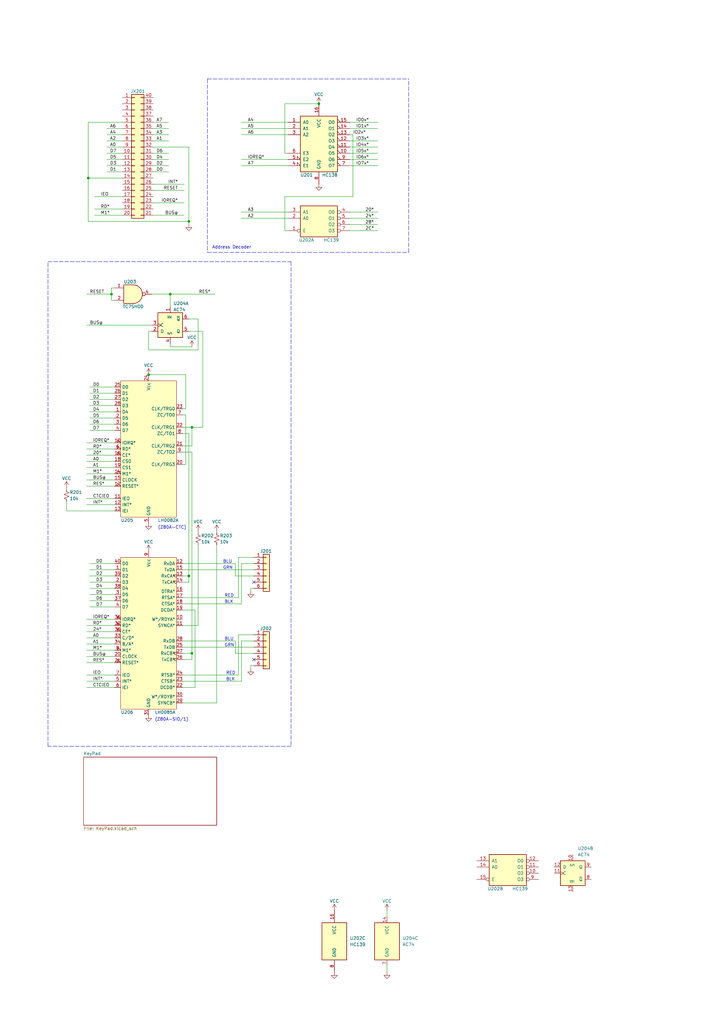
<source format=kicad_sch>
(kicad_sch (version 20211123) (generator eeschema)

  (uuid fa8e051d-6112-4638-8757-ce53e5e311c2)

  (paper "A3" portrait)

  (lib_symbols
    (symbol "74xx:74LS138" (pin_names (offset 1.016)) (in_bom yes) (on_board yes)
      (property "Reference" "U" (id 0) (at -7.62 11.43 0)
        (effects (font (size 1.27 1.27)))
      )
      (property "Value" "74LS138" (id 1) (at -7.62 -13.97 0)
        (effects (font (size 1.27 1.27)))
      )
      (property "Footprint" "" (id 2) (at 0 0 0)
        (effects (font (size 1.27 1.27)) hide)
      )
      (property "Datasheet" "http://www.ti.com/lit/gpn/sn74LS138" (id 3) (at 0 0 0)
        (effects (font (size 1.27 1.27)) hide)
      )
      (property "ki_locked" "" (id 4) (at 0 0 0)
        (effects (font (size 1.27 1.27)))
      )
      (property "ki_keywords" "TTL DECOD DECOD8" (id 5) (at 0 0 0)
        (effects (font (size 1.27 1.27)) hide)
      )
      (property "ki_description" "Decoder 3 to 8 active low outputs" (id 6) (at 0 0 0)
        (effects (font (size 1.27 1.27)) hide)
      )
      (property "ki_fp_filters" "DIP?16*" (id 7) (at 0 0 0)
        (effects (font (size 1.27 1.27)) hide)
      )
      (symbol "74LS138_1_0"
        (pin input line (at -12.7 7.62 0) (length 5.08)
          (name "A0" (effects (font (size 1.27 1.27))))
          (number "1" (effects (font (size 1.27 1.27))))
        )
        (pin output output_low (at 12.7 -5.08 180) (length 5.08)
          (name "O5" (effects (font (size 1.27 1.27))))
          (number "10" (effects (font (size 1.27 1.27))))
        )
        (pin output output_low (at 12.7 -2.54 180) (length 5.08)
          (name "O4" (effects (font (size 1.27 1.27))))
          (number "11" (effects (font (size 1.27 1.27))))
        )
        (pin output output_low (at 12.7 0 180) (length 5.08)
          (name "O3" (effects (font (size 1.27 1.27))))
          (number "12" (effects (font (size 1.27 1.27))))
        )
        (pin output output_low (at 12.7 2.54 180) (length 5.08)
          (name "O2" (effects (font (size 1.27 1.27))))
          (number "13" (effects (font (size 1.27 1.27))))
        )
        (pin output output_low (at 12.7 5.08 180) (length 5.08)
          (name "O1" (effects (font (size 1.27 1.27))))
          (number "14" (effects (font (size 1.27 1.27))))
        )
        (pin output output_low (at 12.7 7.62 180) (length 5.08)
          (name "O0" (effects (font (size 1.27 1.27))))
          (number "15" (effects (font (size 1.27 1.27))))
        )
        (pin power_in line (at 0 15.24 270) (length 5.08)
          (name "VCC" (effects (font (size 1.27 1.27))))
          (number "16" (effects (font (size 1.27 1.27))))
        )
        (pin input line (at -12.7 5.08 0) (length 5.08)
          (name "A1" (effects (font (size 1.27 1.27))))
          (number "2" (effects (font (size 1.27 1.27))))
        )
        (pin input line (at -12.7 2.54 0) (length 5.08)
          (name "A2" (effects (font (size 1.27 1.27))))
          (number "3" (effects (font (size 1.27 1.27))))
        )
        (pin input input_low (at -12.7 -10.16 0) (length 5.08)
          (name "E1" (effects (font (size 1.27 1.27))))
          (number "4" (effects (font (size 1.27 1.27))))
        )
        (pin input input_low (at -12.7 -7.62 0) (length 5.08)
          (name "E2" (effects (font (size 1.27 1.27))))
          (number "5" (effects (font (size 1.27 1.27))))
        )
        (pin input line (at -12.7 -5.08 0) (length 5.08)
          (name "E3" (effects (font (size 1.27 1.27))))
          (number "6" (effects (font (size 1.27 1.27))))
        )
        (pin output output_low (at 12.7 -10.16 180) (length 5.08)
          (name "O7" (effects (font (size 1.27 1.27))))
          (number "7" (effects (font (size 1.27 1.27))))
        )
        (pin power_in line (at 0 -17.78 90) (length 5.08)
          (name "GND" (effects (font (size 1.27 1.27))))
          (number "8" (effects (font (size 1.27 1.27))))
        )
        (pin output output_low (at 12.7 -7.62 180) (length 5.08)
          (name "O6" (effects (font (size 1.27 1.27))))
          (number "9" (effects (font (size 1.27 1.27))))
        )
      )
      (symbol "74LS138_1_1"
        (rectangle (start -7.62 10.16) (end 7.62 -12.7)
          (stroke (width 0.254) (type default) (color 0 0 0 0))
          (fill (type background))
        )
      )
    )
    (symbol "74xx:74LS139" (pin_names (offset 1.016)) (in_bom yes) (on_board yes)
      (property "Reference" "U" (id 0) (at -7.62 8.89 0)
        (effects (font (size 1.27 1.27)))
      )
      (property "Value" "74LS139" (id 1) (at -7.62 -8.89 0)
        (effects (font (size 1.27 1.27)))
      )
      (property "Footprint" "" (id 2) (at 0 0 0)
        (effects (font (size 1.27 1.27)) hide)
      )
      (property "Datasheet" "http://www.ti.com/lit/ds/symlink/sn74ls139a.pdf" (id 3) (at 0 0 0)
        (effects (font (size 1.27 1.27)) hide)
      )
      (property "ki_locked" "" (id 4) (at 0 0 0)
        (effects (font (size 1.27 1.27)))
      )
      (property "ki_keywords" "TTL DECOD4" (id 5) (at 0 0 0)
        (effects (font (size 1.27 1.27)) hide)
      )
      (property "ki_description" "Dual Decoder 1 of 4, Active low outputs" (id 6) (at 0 0 0)
        (effects (font (size 1.27 1.27)) hide)
      )
      (property "ki_fp_filters" "DIP?16*" (id 7) (at 0 0 0)
        (effects (font (size 1.27 1.27)) hide)
      )
      (symbol "74LS139_1_0"
        (pin input inverted (at -12.7 -5.08 0) (length 5.08)
          (name "E" (effects (font (size 1.27 1.27))))
          (number "1" (effects (font (size 1.27 1.27))))
        )
        (pin input line (at -12.7 0 0) (length 5.08)
          (name "A0" (effects (font (size 1.27 1.27))))
          (number "2" (effects (font (size 1.27 1.27))))
        )
        (pin input line (at -12.7 2.54 0) (length 5.08)
          (name "A1" (effects (font (size 1.27 1.27))))
          (number "3" (effects (font (size 1.27 1.27))))
        )
        (pin output inverted (at 12.7 2.54 180) (length 5.08)
          (name "O0" (effects (font (size 1.27 1.27))))
          (number "4" (effects (font (size 1.27 1.27))))
        )
        (pin output inverted (at 12.7 0 180) (length 5.08)
          (name "O1" (effects (font (size 1.27 1.27))))
          (number "5" (effects (font (size 1.27 1.27))))
        )
        (pin output inverted (at 12.7 -2.54 180) (length 5.08)
          (name "O2" (effects (font (size 1.27 1.27))))
          (number "6" (effects (font (size 1.27 1.27))))
        )
        (pin output inverted (at 12.7 -5.08 180) (length 5.08)
          (name "O3" (effects (font (size 1.27 1.27))))
          (number "7" (effects (font (size 1.27 1.27))))
        )
      )
      (symbol "74LS139_1_1"
        (rectangle (start -7.62 5.08) (end 7.62 -7.62)
          (stroke (width 0.254) (type default) (color 0 0 0 0))
          (fill (type background))
        )
      )
      (symbol "74LS139_2_0"
        (pin output inverted (at 12.7 -2.54 180) (length 5.08)
          (name "O2" (effects (font (size 1.27 1.27))))
          (number "10" (effects (font (size 1.27 1.27))))
        )
        (pin output inverted (at 12.7 0 180) (length 5.08)
          (name "O1" (effects (font (size 1.27 1.27))))
          (number "11" (effects (font (size 1.27 1.27))))
        )
        (pin output inverted (at 12.7 2.54 180) (length 5.08)
          (name "O0" (effects (font (size 1.27 1.27))))
          (number "12" (effects (font (size 1.27 1.27))))
        )
        (pin input line (at -12.7 2.54 0) (length 5.08)
          (name "A1" (effects (font (size 1.27 1.27))))
          (number "13" (effects (font (size 1.27 1.27))))
        )
        (pin input line (at -12.7 0 0) (length 5.08)
          (name "A0" (effects (font (size 1.27 1.27))))
          (number "14" (effects (font (size 1.27 1.27))))
        )
        (pin input inverted (at -12.7 -5.08 0) (length 5.08)
          (name "E" (effects (font (size 1.27 1.27))))
          (number "15" (effects (font (size 1.27 1.27))))
        )
        (pin output inverted (at 12.7 -5.08 180) (length 5.08)
          (name "O3" (effects (font (size 1.27 1.27))))
          (number "9" (effects (font (size 1.27 1.27))))
        )
      )
      (symbol "74LS139_2_1"
        (rectangle (start -7.62 5.08) (end 7.62 -7.62)
          (stroke (width 0.254) (type default) (color 0 0 0 0))
          (fill (type background))
        )
      )
      (symbol "74LS139_3_0"
        (pin power_in line (at 0 12.7 270) (length 5.08)
          (name "VCC" (effects (font (size 1.27 1.27))))
          (number "16" (effects (font (size 1.27 1.27))))
        )
        (pin power_in line (at 0 -12.7 90) (length 5.08)
          (name "GND" (effects (font (size 1.27 1.27))))
          (number "8" (effects (font (size 1.27 1.27))))
        )
      )
      (symbol "74LS139_3_1"
        (rectangle (start -5.08 7.62) (end 5.08 -7.62)
          (stroke (width 0.254) (type default) (color 0 0 0 0))
          (fill (type background))
        )
      )
    )
    (symbol "74xx:74LS74" (pin_names (offset 1.016)) (in_bom yes) (on_board yes)
      (property "Reference" "U" (id 0) (at -7.62 8.89 0)
        (effects (font (size 1.27 1.27)))
      )
      (property "Value" "74LS74" (id 1) (at -7.62 -8.89 0)
        (effects (font (size 1.27 1.27)))
      )
      (property "Footprint" "" (id 2) (at 0 0 0)
        (effects (font (size 1.27 1.27)) hide)
      )
      (property "Datasheet" "74xx/74hc_hct74.pdf" (id 3) (at 0 0 0)
        (effects (font (size 1.27 1.27)) hide)
      )
      (property "ki_locked" "" (id 4) (at 0 0 0)
        (effects (font (size 1.27 1.27)))
      )
      (property "ki_keywords" "TTL DFF" (id 5) (at 0 0 0)
        (effects (font (size 1.27 1.27)) hide)
      )
      (property "ki_description" "Dual D Flip-flop, Set & Reset" (id 6) (at 0 0 0)
        (effects (font (size 1.27 1.27)) hide)
      )
      (property "ki_fp_filters" "DIP*W7.62mm*" (id 7) (at 0 0 0)
        (effects (font (size 1.27 1.27)) hide)
      )
      (symbol "74LS74_1_0"
        (pin input line (at 0 -7.62 90) (length 2.54)
          (name "~{R}" (effects (font (size 1.27 1.27))))
          (number "1" (effects (font (size 1.27 1.27))))
        )
        (pin input line (at -7.62 2.54 0) (length 2.54)
          (name "D" (effects (font (size 1.27 1.27))))
          (number "2" (effects (font (size 1.27 1.27))))
        )
        (pin input clock (at -7.62 0 0) (length 2.54)
          (name "C" (effects (font (size 1.27 1.27))))
          (number "3" (effects (font (size 1.27 1.27))))
        )
        (pin input line (at 0 7.62 270) (length 2.54)
          (name "~{S}" (effects (font (size 1.27 1.27))))
          (number "4" (effects (font (size 1.27 1.27))))
        )
        (pin output line (at 7.62 2.54 180) (length 2.54)
          (name "Q" (effects (font (size 1.27 1.27))))
          (number "5" (effects (font (size 1.27 1.27))))
        )
        (pin output line (at 7.62 -2.54 180) (length 2.54)
          (name "~{Q}" (effects (font (size 1.27 1.27))))
          (number "6" (effects (font (size 1.27 1.27))))
        )
      )
      (symbol "74LS74_1_1"
        (rectangle (start -5.08 5.08) (end 5.08 -5.08)
          (stroke (width 0.254) (type default) (color 0 0 0 0))
          (fill (type background))
        )
      )
      (symbol "74LS74_2_0"
        (pin input line (at 0 7.62 270) (length 2.54)
          (name "~{S}" (effects (font (size 1.27 1.27))))
          (number "10" (effects (font (size 1.27 1.27))))
        )
        (pin input clock (at -7.62 0 0) (length 2.54)
          (name "C" (effects (font (size 1.27 1.27))))
          (number "11" (effects (font (size 1.27 1.27))))
        )
        (pin input line (at -7.62 2.54 0) (length 2.54)
          (name "D" (effects (font (size 1.27 1.27))))
          (number "12" (effects (font (size 1.27 1.27))))
        )
        (pin input line (at 0 -7.62 90) (length 2.54)
          (name "~{R}" (effects (font (size 1.27 1.27))))
          (number "13" (effects (font (size 1.27 1.27))))
        )
        (pin output line (at 7.62 -2.54 180) (length 2.54)
          (name "~{Q}" (effects (font (size 1.27 1.27))))
          (number "8" (effects (font (size 1.27 1.27))))
        )
        (pin output line (at 7.62 2.54 180) (length 2.54)
          (name "Q" (effects (font (size 1.27 1.27))))
          (number "9" (effects (font (size 1.27 1.27))))
        )
      )
      (symbol "74LS74_2_1"
        (rectangle (start -5.08 5.08) (end 5.08 -5.08)
          (stroke (width 0.254) (type default) (color 0 0 0 0))
          (fill (type background))
        )
      )
      (symbol "74LS74_3_0"
        (pin power_in line (at 0 10.16 270) (length 2.54)
          (name "VCC" (effects (font (size 1.27 1.27))))
          (number "14" (effects (font (size 1.27 1.27))))
        )
        (pin power_in line (at 0 -10.16 90) (length 2.54)
          (name "GND" (effects (font (size 1.27 1.27))))
          (number "7" (effects (font (size 1.27 1.27))))
        )
      )
      (symbol "74LS74_3_1"
        (rectangle (start -5.08 7.62) (end 5.08 -7.62)
          (stroke (width 0.254) (type default) (color 0 0 0 0))
          (fill (type background))
        )
      )
    )
    (symbol "Connector_Generic:Conn_01x06" (pin_names (offset 1.016) hide) (in_bom yes) (on_board yes)
      (property "Reference" "J" (id 0) (at 0 7.62 0)
        (effects (font (size 1.27 1.27)))
      )
      (property "Value" "Conn_01x06" (id 1) (at 0 -10.16 0)
        (effects (font (size 1.27 1.27)))
      )
      (property "Footprint" "" (id 2) (at 0 0 0)
        (effects (font (size 1.27 1.27)) hide)
      )
      (property "Datasheet" "~" (id 3) (at 0 0 0)
        (effects (font (size 1.27 1.27)) hide)
      )
      (property "ki_keywords" "connector" (id 4) (at 0 0 0)
        (effects (font (size 1.27 1.27)) hide)
      )
      (property "ki_description" "Generic connector, single row, 01x06, script generated (kicad-library-utils/schlib/autogen/connector/)" (id 5) (at 0 0 0)
        (effects (font (size 1.27 1.27)) hide)
      )
      (property "ki_fp_filters" "Connector*:*_1x??_*" (id 6) (at 0 0 0)
        (effects (font (size 1.27 1.27)) hide)
      )
      (symbol "Conn_01x06_1_1"
        (rectangle (start -1.27 -7.493) (end 0 -7.747)
          (stroke (width 0.1524) (type default) (color 0 0 0 0))
          (fill (type none))
        )
        (rectangle (start -1.27 -4.953) (end 0 -5.207)
          (stroke (width 0.1524) (type default) (color 0 0 0 0))
          (fill (type none))
        )
        (rectangle (start -1.27 -2.413) (end 0 -2.667)
          (stroke (width 0.1524) (type default) (color 0 0 0 0))
          (fill (type none))
        )
        (rectangle (start -1.27 0.127) (end 0 -0.127)
          (stroke (width 0.1524) (type default) (color 0 0 0 0))
          (fill (type none))
        )
        (rectangle (start -1.27 2.667) (end 0 2.413)
          (stroke (width 0.1524) (type default) (color 0 0 0 0))
          (fill (type none))
        )
        (rectangle (start -1.27 5.207) (end 0 4.953)
          (stroke (width 0.1524) (type default) (color 0 0 0 0))
          (fill (type none))
        )
        (rectangle (start -1.27 6.35) (end 1.27 -8.89)
          (stroke (width 0.254) (type default) (color 0 0 0 0))
          (fill (type background))
        )
        (pin passive line (at -5.08 5.08 0) (length 3.81)
          (name "Pin_1" (effects (font (size 1.27 1.27))))
          (number "1" (effects (font (size 1.27 1.27))))
        )
        (pin passive line (at -5.08 2.54 0) (length 3.81)
          (name "Pin_2" (effects (font (size 1.27 1.27))))
          (number "2" (effects (font (size 1.27 1.27))))
        )
        (pin passive line (at -5.08 0 0) (length 3.81)
          (name "Pin_3" (effects (font (size 1.27 1.27))))
          (number "3" (effects (font (size 1.27 1.27))))
        )
        (pin passive line (at -5.08 -2.54 0) (length 3.81)
          (name "Pin_4" (effects (font (size 1.27 1.27))))
          (number "4" (effects (font (size 1.27 1.27))))
        )
        (pin passive line (at -5.08 -5.08 0) (length 3.81)
          (name "Pin_5" (effects (font (size 1.27 1.27))))
          (number "5" (effects (font (size 1.27 1.27))))
        )
        (pin passive line (at -5.08 -7.62 0) (length 3.81)
          (name "Pin_6" (effects (font (size 1.27 1.27))))
          (number "6" (effects (font (size 1.27 1.27))))
        )
      )
    )
    (symbol "Connector_Generic:Conn_02x20_Counter_Clockwise" (pin_names (offset 1.016) hide) (in_bom yes) (on_board yes)
      (property "Reference" "J" (id 0) (at 1.27 25.4 0)
        (effects (font (size 1.27 1.27)))
      )
      (property "Value" "Conn_02x20_Counter_Clockwise" (id 1) (at 1.27 -27.94 0)
        (effects (font (size 1.27 1.27)))
      )
      (property "Footprint" "" (id 2) (at 0 0 0)
        (effects (font (size 1.27 1.27)) hide)
      )
      (property "Datasheet" "~" (id 3) (at 0 0 0)
        (effects (font (size 1.27 1.27)) hide)
      )
      (property "ki_keywords" "connector" (id 4) (at 0 0 0)
        (effects (font (size 1.27 1.27)) hide)
      )
      (property "ki_description" "Generic connector, double row, 02x20, counter clockwise pin numbering scheme (similar to DIP package numbering), script generated (kicad-library-utils/schlib/autogen/connector/)" (id 5) (at 0 0 0)
        (effects (font (size 1.27 1.27)) hide)
      )
      (property "ki_fp_filters" "Connector*:*_2x??_*" (id 6) (at 0 0 0)
        (effects (font (size 1.27 1.27)) hide)
      )
      (symbol "Conn_02x20_Counter_Clockwise_1_1"
        (rectangle (start -1.27 -25.273) (end 0 -25.527)
          (stroke (width 0.1524) (type default) (color 0 0 0 0))
          (fill (type none))
        )
        (rectangle (start -1.27 -22.733) (end 0 -22.987)
          (stroke (width 0.1524) (type default) (color 0 0 0 0))
          (fill (type none))
        )
        (rectangle (start -1.27 -20.193) (end 0 -20.447)
          (stroke (width 0.1524) (type default) (color 0 0 0 0))
          (fill (type none))
        )
        (rectangle (start -1.27 -17.653) (end 0 -17.907)
          (stroke (width 0.1524) (type default) (color 0 0 0 0))
          (fill (type none))
        )
        (rectangle (start -1.27 -15.113) (end 0 -15.367)
          (stroke (width 0.1524) (type default) (color 0 0 0 0))
          (fill (type none))
        )
        (rectangle (start -1.27 -12.573) (end 0 -12.827)
          (stroke (width 0.1524) (type default) (color 0 0 0 0))
          (fill (type none))
        )
        (rectangle (start -1.27 -10.033) (end 0 -10.287)
          (stroke (width 0.1524) (type default) (color 0 0 0 0))
          (fill (type none))
        )
        (rectangle (start -1.27 -7.493) (end 0 -7.747)
          (stroke (width 0.1524) (type default) (color 0 0 0 0))
          (fill (type none))
        )
        (rectangle (start -1.27 -4.953) (end 0 -5.207)
          (stroke (width 0.1524) (type default) (color 0 0 0 0))
          (fill (type none))
        )
        (rectangle (start -1.27 -2.413) (end 0 -2.667)
          (stroke (width 0.1524) (type default) (color 0 0 0 0))
          (fill (type none))
        )
        (rectangle (start -1.27 0.127) (end 0 -0.127)
          (stroke (width 0.1524) (type default) (color 0 0 0 0))
          (fill (type none))
        )
        (rectangle (start -1.27 2.667) (end 0 2.413)
          (stroke (width 0.1524) (type default) (color 0 0 0 0))
          (fill (type none))
        )
        (rectangle (start -1.27 5.207) (end 0 4.953)
          (stroke (width 0.1524) (type default) (color 0 0 0 0))
          (fill (type none))
        )
        (rectangle (start -1.27 7.747) (end 0 7.493)
          (stroke (width 0.1524) (type default) (color 0 0 0 0))
          (fill (type none))
        )
        (rectangle (start -1.27 10.287) (end 0 10.033)
          (stroke (width 0.1524) (type default) (color 0 0 0 0))
          (fill (type none))
        )
        (rectangle (start -1.27 12.827) (end 0 12.573)
          (stroke (width 0.1524) (type default) (color 0 0 0 0))
          (fill (type none))
        )
        (rectangle (start -1.27 15.367) (end 0 15.113)
          (stroke (width 0.1524) (type default) (color 0 0 0 0))
          (fill (type none))
        )
        (rectangle (start -1.27 17.907) (end 0 17.653)
          (stroke (width 0.1524) (type default) (color 0 0 0 0))
          (fill (type none))
        )
        (rectangle (start -1.27 20.447) (end 0 20.193)
          (stroke (width 0.1524) (type default) (color 0 0 0 0))
          (fill (type none))
        )
        (rectangle (start -1.27 22.987) (end 0 22.733)
          (stroke (width 0.1524) (type default) (color 0 0 0 0))
          (fill (type none))
        )
        (rectangle (start -1.27 24.13) (end 3.81 -26.67)
          (stroke (width 0.254) (type default) (color 0 0 0 0))
          (fill (type background))
        )
        (rectangle (start 3.81 -25.273) (end 2.54 -25.527)
          (stroke (width 0.1524) (type default) (color 0 0 0 0))
          (fill (type none))
        )
        (rectangle (start 3.81 -22.733) (end 2.54 -22.987)
          (stroke (width 0.1524) (type default) (color 0 0 0 0))
          (fill (type none))
        )
        (rectangle (start 3.81 -20.193) (end 2.54 -20.447)
          (stroke (width 0.1524) (type default) (color 0 0 0 0))
          (fill (type none))
        )
        (rectangle (start 3.81 -17.653) (end 2.54 -17.907)
          (stroke (width 0.1524) (type default) (color 0 0 0 0))
          (fill (type none))
        )
        (rectangle (start 3.81 -15.113) (end 2.54 -15.367)
          (stroke (width 0.1524) (type default) (color 0 0 0 0))
          (fill (type none))
        )
        (rectangle (start 3.81 -12.573) (end 2.54 -12.827)
          (stroke (width 0.1524) (type default) (color 0 0 0 0))
          (fill (type none))
        )
        (rectangle (start 3.81 -10.033) (end 2.54 -10.287)
          (stroke (width 0.1524) (type default) (color 0 0 0 0))
          (fill (type none))
        )
        (rectangle (start 3.81 -7.493) (end 2.54 -7.747)
          (stroke (width 0.1524) (type default) (color 0 0 0 0))
          (fill (type none))
        )
        (rectangle (start 3.81 -4.953) (end 2.54 -5.207)
          (stroke (width 0.1524) (type default) (color 0 0 0 0))
          (fill (type none))
        )
        (rectangle (start 3.81 -2.413) (end 2.54 -2.667)
          (stroke (width 0.1524) (type default) (color 0 0 0 0))
          (fill (type none))
        )
        (rectangle (start 3.81 0.127) (end 2.54 -0.127)
          (stroke (width 0.1524) (type default) (color 0 0 0 0))
          (fill (type none))
        )
        (rectangle (start 3.81 2.667) (end 2.54 2.413)
          (stroke (width 0.1524) (type default) (color 0 0 0 0))
          (fill (type none))
        )
        (rectangle (start 3.81 5.207) (end 2.54 4.953)
          (stroke (width 0.1524) (type default) (color 0 0 0 0))
          (fill (type none))
        )
        (rectangle (start 3.81 7.747) (end 2.54 7.493)
          (stroke (width 0.1524) (type default) (color 0 0 0 0))
          (fill (type none))
        )
        (rectangle (start 3.81 10.287) (end 2.54 10.033)
          (stroke (width 0.1524) (type default) (color 0 0 0 0))
          (fill (type none))
        )
        (rectangle (start 3.81 12.827) (end 2.54 12.573)
          (stroke (width 0.1524) (type default) (color 0 0 0 0))
          (fill (type none))
        )
        (rectangle (start 3.81 15.367) (end 2.54 15.113)
          (stroke (width 0.1524) (type default) (color 0 0 0 0))
          (fill (type none))
        )
        (rectangle (start 3.81 17.907) (end 2.54 17.653)
          (stroke (width 0.1524) (type default) (color 0 0 0 0))
          (fill (type none))
        )
        (rectangle (start 3.81 20.447) (end 2.54 20.193)
          (stroke (width 0.1524) (type default) (color 0 0 0 0))
          (fill (type none))
        )
        (rectangle (start 3.81 22.987) (end 2.54 22.733)
          (stroke (width 0.1524) (type default) (color 0 0 0 0))
          (fill (type none))
        )
        (pin passive line (at -5.08 22.86 0) (length 3.81)
          (name "Pin_1" (effects (font (size 1.27 1.27))))
          (number "1" (effects (font (size 1.27 1.27))))
        )
        (pin passive line (at -5.08 0 0) (length 3.81)
          (name "Pin_10" (effects (font (size 1.27 1.27))))
          (number "10" (effects (font (size 1.27 1.27))))
        )
        (pin passive line (at -5.08 -2.54 0) (length 3.81)
          (name "Pin_11" (effects (font (size 1.27 1.27))))
          (number "11" (effects (font (size 1.27 1.27))))
        )
        (pin passive line (at -5.08 -5.08 0) (length 3.81)
          (name "Pin_12" (effects (font (size 1.27 1.27))))
          (number "12" (effects (font (size 1.27 1.27))))
        )
        (pin passive line (at -5.08 -7.62 0) (length 3.81)
          (name "Pin_13" (effects (font (size 1.27 1.27))))
          (number "13" (effects (font (size 1.27 1.27))))
        )
        (pin passive line (at -5.08 -10.16 0) (length 3.81)
          (name "Pin_14" (effects (font (size 1.27 1.27))))
          (number "14" (effects (font (size 1.27 1.27))))
        )
        (pin passive line (at -5.08 -12.7 0) (length 3.81)
          (name "Pin_15" (effects (font (size 1.27 1.27))))
          (number "15" (effects (font (size 1.27 1.27))))
        )
        (pin passive line (at -5.08 -15.24 0) (length 3.81)
          (name "Pin_16" (effects (font (size 1.27 1.27))))
          (number "16" (effects (font (size 1.27 1.27))))
        )
        (pin passive line (at -5.08 -17.78 0) (length 3.81)
          (name "Pin_17" (effects (font (size 1.27 1.27))))
          (number "17" (effects (font (size 1.27 1.27))))
        )
        (pin passive line (at -5.08 -20.32 0) (length 3.81)
          (name "Pin_18" (effects (font (size 1.27 1.27))))
          (number "18" (effects (font (size 1.27 1.27))))
        )
        (pin passive line (at -5.08 -22.86 0) (length 3.81)
          (name "Pin_19" (effects (font (size 1.27 1.27))))
          (number "19" (effects (font (size 1.27 1.27))))
        )
        (pin passive line (at -5.08 20.32 0) (length 3.81)
          (name "Pin_2" (effects (font (size 1.27 1.27))))
          (number "2" (effects (font (size 1.27 1.27))))
        )
        (pin passive line (at -5.08 -25.4 0) (length 3.81)
          (name "Pin_20" (effects (font (size 1.27 1.27))))
          (number "20" (effects (font (size 1.27 1.27))))
        )
        (pin passive line (at 7.62 -25.4 180) (length 3.81)
          (name "Pin_21" (effects (font (size 1.27 1.27))))
          (number "21" (effects (font (size 1.27 1.27))))
        )
        (pin passive line (at 7.62 -22.86 180) (length 3.81)
          (name "Pin_22" (effects (font (size 1.27 1.27))))
          (number "22" (effects (font (size 1.27 1.27))))
        )
        (pin passive line (at 7.62 -20.32 180) (length 3.81)
          (name "Pin_23" (effects (font (size 1.27 1.27))))
          (number "23" (effects (font (size 1.27 1.27))))
        )
        (pin passive line (at 7.62 -17.78 180) (length 3.81)
          (name "Pin_24" (effects (font (size 1.27 1.27))))
          (number "24" (effects (font (size 1.27 1.27))))
        )
        (pin passive line (at 7.62 -15.24 180) (length 3.81)
          (name "Pin_25" (effects (font (size 1.27 1.27))))
          (number "25" (effects (font (size 1.27 1.27))))
        )
        (pin passive line (at 7.62 -12.7 180) (length 3.81)
          (name "Pin_26" (effects (font (size 1.27 1.27))))
          (number "26" (effects (font (size 1.27 1.27))))
        )
        (pin passive line (at 7.62 -10.16 180) (length 3.81)
          (name "Pin_27" (effects (font (size 1.27 1.27))))
          (number "27" (effects (font (size 1.27 1.27))))
        )
        (pin passive line (at 7.62 -7.62 180) (length 3.81)
          (name "Pin_28" (effects (font (size 1.27 1.27))))
          (number "28" (effects (font (size 1.27 1.27))))
        )
        (pin passive line (at 7.62 -5.08 180) (length 3.81)
          (name "Pin_29" (effects (font (size 1.27 1.27))))
          (number "29" (effects (font (size 1.27 1.27))))
        )
        (pin passive line (at -5.08 17.78 0) (length 3.81)
          (name "Pin_3" (effects (font (size 1.27 1.27))))
          (number "3" (effects (font (size 1.27 1.27))))
        )
        (pin passive line (at 7.62 -2.54 180) (length 3.81)
          (name "Pin_30" (effects (font (size 1.27 1.27))))
          (number "30" (effects (font (size 1.27 1.27))))
        )
        (pin passive line (at 7.62 0 180) (length 3.81)
          (name "Pin_31" (effects (font (size 1.27 1.27))))
          (number "31" (effects (font (size 1.27 1.27))))
        )
        (pin passive line (at 7.62 2.54 180) (length 3.81)
          (name "Pin_32" (effects (font (size 1.27 1.27))))
          (number "32" (effects (font (size 1.27 1.27))))
        )
        (pin passive line (at 7.62 5.08 180) (length 3.81)
          (name "Pin_33" (effects (font (size 1.27 1.27))))
          (number "33" (effects (font (size 1.27 1.27))))
        )
        (pin passive line (at 7.62 7.62 180) (length 3.81)
          (name "Pin_34" (effects (font (size 1.27 1.27))))
          (number "34" (effects (font (size 1.27 1.27))))
        )
        (pin passive line (at 7.62 10.16 180) (length 3.81)
          (name "Pin_35" (effects (font (size 1.27 1.27))))
          (number "35" (effects (font (size 1.27 1.27))))
        )
        (pin passive line (at 7.62 12.7 180) (length 3.81)
          (name "Pin_36" (effects (font (size 1.27 1.27))))
          (number "36" (effects (font (size 1.27 1.27))))
        )
        (pin passive line (at 7.62 15.24 180) (length 3.81)
          (name "Pin_37" (effects (font (size 1.27 1.27))))
          (number "37" (effects (font (size 1.27 1.27))))
        )
        (pin passive line (at 7.62 17.78 180) (length 3.81)
          (name "Pin_38" (effects (font (size 1.27 1.27))))
          (number "38" (effects (font (size 1.27 1.27))))
        )
        (pin passive line (at 7.62 20.32 180) (length 3.81)
          (name "Pin_39" (effects (font (size 1.27 1.27))))
          (number "39" (effects (font (size 1.27 1.27))))
        )
        (pin passive line (at -5.08 15.24 0) (length 3.81)
          (name "Pin_4" (effects (font (size 1.27 1.27))))
          (number "4" (effects (font (size 1.27 1.27))))
        )
        (pin passive line (at 7.62 22.86 180) (length 3.81)
          (name "Pin_40" (effects (font (size 1.27 1.27))))
          (number "40" (effects (font (size 1.27 1.27))))
        )
        (pin passive line (at -5.08 12.7 0) (length 3.81)
          (name "Pin_5" (effects (font (size 1.27 1.27))))
          (number "5" (effects (font (size 1.27 1.27))))
        )
        (pin passive line (at -5.08 10.16 0) (length 3.81)
          (name "Pin_6" (effects (font (size 1.27 1.27))))
          (number "6" (effects (font (size 1.27 1.27))))
        )
        (pin passive line (at -5.08 7.62 0) (length 3.81)
          (name "Pin_7" (effects (font (size 1.27 1.27))))
          (number "7" (effects (font (size 1.27 1.27))))
        )
        (pin passive line (at -5.08 5.08 0) (length 3.81)
          (name "Pin_8" (effects (font (size 1.27 1.27))))
          (number "8" (effects (font (size 1.27 1.27))))
        )
        (pin passive line (at -5.08 2.54 0) (length 3.81)
          (name "Pin_9" (effects (font (size 1.27 1.27))))
          (number "9" (effects (font (size 1.27 1.27))))
        )
      )
    )
    (symbol "Device:R_Small_US" (pin_numbers hide) (pin_names (offset 0.254) hide) (in_bom yes) (on_board yes)
      (property "Reference" "R" (id 0) (at 0.762 0.508 0)
        (effects (font (size 1.27 1.27)) (justify left))
      )
      (property "Value" "R_Small_US" (id 1) (at 0.762 -1.016 0)
        (effects (font (size 1.27 1.27)) (justify left))
      )
      (property "Footprint" "" (id 2) (at 0 0 0)
        (effects (font (size 1.27 1.27)) hide)
      )
      (property "Datasheet" "~" (id 3) (at 0 0 0)
        (effects (font (size 1.27 1.27)) hide)
      )
      (property "ki_keywords" "r resistor" (id 4) (at 0 0 0)
        (effects (font (size 1.27 1.27)) hide)
      )
      (property "ki_description" "Resistor, small US symbol" (id 5) (at 0 0 0)
        (effects (font (size 1.27 1.27)) hide)
      )
      (property "ki_fp_filters" "R_*" (id 6) (at 0 0 0)
        (effects (font (size 1.27 1.27)) hide)
      )
      (symbol "R_Small_US_1_1"
        (polyline
          (pts
            (xy 0 0)
            (xy 1.016 -0.381)
            (xy 0 -0.762)
            (xy -1.016 -1.143)
            (xy 0 -1.524)
          )
          (stroke (width 0) (type default) (color 0 0 0 0))
          (fill (type none))
        )
        (polyline
          (pts
            (xy 0 1.524)
            (xy 1.016 1.143)
            (xy 0 0.762)
            (xy -1.016 0.381)
            (xy 0 0)
          )
          (stroke (width 0) (type default) (color 0 0 0 0))
          (fill (type none))
        )
        (pin passive line (at 0 2.54 270) (length 1.016)
          (name "~" (effects (font (size 1.27 1.27))))
          (number "1" (effects (font (size 1.27 1.27))))
        )
        (pin passive line (at 0 -2.54 90) (length 1.016)
          (name "~" (effects (font (size 1.27 1.27))))
          (number "2" (effects (font (size 1.27 1.27))))
        )
      )
    )
    (symbol "Toshiba_Sp:TC7SH00" (in_bom yes) (on_board yes)
      (property "Reference" "U" (id 0) (at 0.635 5.08 0)
        (effects (font (size 1.27 1.27)))
      )
      (property "Value" "TC7SH00" (id 1) (at 4.445 -5.08 0)
        (effects (font (size 1.27 1.27)))
      )
      (property "Footprint" "" (id 2) (at 0 0 0)
        (effects (font (size 1.27 1.27)) hide)
      )
      (property "Datasheet" "" (id 3) (at 0 0 0)
        (effects (font (size 1.27 1.27)) hide)
      )
      (symbol "TC7SH00_1_1"
        (arc (start 0 -3.81) (mid 3.81 0) (end 0 3.81)
          (stroke (width 0.254) (type default) (color 0 0 0 0))
          (fill (type background))
        )
        (polyline
          (pts
            (xy 0 3.81)
            (xy -3.81 3.81)
            (xy -3.81 -3.81)
            (xy 0 -3.81)
          )
          (stroke (width 0.254) (type default) (color 0 0 0 0))
          (fill (type background))
        )
        (pin input line (at -7.62 2.54 0) (length 3.81)
          (name "~" (effects (font (size 1.27 1.27))))
          (number "1" (effects (font (size 1.27 1.27))))
        )
        (pin input line (at -7.62 -2.54 0) (length 3.81)
          (name "~" (effects (font (size 1.27 1.27))))
          (number "2" (effects (font (size 1.27 1.27))))
        )
        (pin output inverted (at 7.62 0 180) (length 3.81)
          (name "~" (effects (font (size 1.27 1.27))))
          (number "4" (effects (font (size 1.27 1.27))))
        )
      )
    )
    (symbol "Zilog:Z80CTC" (in_bom yes) (on_board yes)
      (property "Reference" "U" (id 0) (at 6.35 29.21 0)
        (effects (font (size 1.27 1.27)))
      )
      (property "Value" "Z80CTC" (id 1) (at 8.89 26.67 0)
        (effects (font (size 1.27 1.27)))
      )
      (property "Footprint" "" (id 2) (at -3.81 15.24 0)
        (effects (font (size 1.27 1.27)) hide)
      )
      (property "Datasheet" "" (id 3) (at -3.81 15.24 0)
        (effects (font (size 1.27 1.27)) hide)
      )
      (symbol "Z80CTC_0_1"
        (rectangle (start -11.43 25.4) (end 11.43 -30.48)
          (stroke (width 0) (type default) (color 0 0 0 0))
          (fill (type background))
        )
      )
      (symbol "Z80CTC_1_1"
        (pin tri_state line (at -13.97 12.7 0) (length 2.54)
          (name "D4" (effects (font (size 1.27 1.27))))
          (number "1" (effects (font (size 1.27 1.27))))
        )
        (pin input input_low (at -13.97 0 0) (length 2.54)
          (name "IORQ*" (effects (font (size 1.27 1.27))))
          (number "10" (effects (font (size 1.27 1.27))))
        )
        (pin output line (at -13.97 -22.86 0) (length 2.54)
          (name "IEO" (effects (font (size 1.27 1.27))))
          (number "11" (effects (font (size 1.27 1.27))))
        )
        (pin output line (at -13.97 -25.4 0) (length 2.54)
          (name "INT*" (effects (font (size 1.27 1.27))))
          (number "12" (effects (font (size 1.27 1.27))))
        )
        (pin input line (at -13.97 -27.94 0) (length 2.54)
          (name "IEI" (effects (font (size 1.27 1.27))))
          (number "13" (effects (font (size 1.27 1.27))))
        )
        (pin input input_low (at -13.97 -12.7 0) (length 2.54)
          (name "M1*" (effects (font (size 1.27 1.27))))
          (number "14" (effects (font (size 1.27 1.27))))
        )
        (pin input line (at -13.97 -15.24 0) (length 2.54)
          (name "CLOCK" (effects (font (size 1.27 1.27))))
          (number "15" (effects (font (size 1.27 1.27))))
        )
        (pin input input_low (at -13.97 -5.08 0) (length 2.54)
          (name "CE*" (effects (font (size 1.27 1.27))))
          (number "16" (effects (font (size 1.27 1.27))))
        )
        (pin input input_low (at -13.97 -17.78 0) (length 2.54)
          (name "RESET*" (effects (font (size 1.27 1.27))))
          (number "17" (effects (font (size 1.27 1.27))))
        )
        (pin input line (at -13.97 -7.62 0) (length 2.54)
          (name "CS0" (effects (font (size 1.27 1.27))))
          (number "18" (effects (font (size 1.27 1.27))))
        )
        (pin input line (at -13.97 -10.16 0) (length 2.54)
          (name "CS1" (effects (font (size 1.27 1.27))))
          (number "19" (effects (font (size 1.27 1.27))))
        )
        (pin tri_state line (at -13.97 10.16 0) (length 2.54)
          (name "D5" (effects (font (size 1.27 1.27))))
          (number "2" (effects (font (size 1.27 1.27))))
        )
        (pin input line (at 13.97 -8.89 180) (length 2.54)
          (name "CLK/TRG3" (effects (font (size 1.27 1.27))))
          (number "20" (effects (font (size 1.27 1.27))))
        )
        (pin input line (at 13.97 -1.27 180) (length 2.54)
          (name "CLK/TRG2" (effects (font (size 1.27 1.27))))
          (number "21" (effects (font (size 1.27 1.27))))
        )
        (pin input line (at 13.97 6.35 180) (length 2.54)
          (name "CLK/TRG1" (effects (font (size 1.27 1.27))))
          (number "22" (effects (font (size 1.27 1.27))))
        )
        (pin input line (at 13.97 13.97 180) (length 2.54)
          (name "CLK/TRG0" (effects (font (size 1.27 1.27))))
          (number "23" (effects (font (size 1.27 1.27))))
        )
        (pin power_in line (at 0 27.94 270) (length 2.54)
          (name "Vcc" (effects (font (size 1.27 1.27))))
          (number "24" (effects (font (size 1.27 1.27))))
        )
        (pin tri_state line (at -13.97 22.86 0) (length 2.54)
          (name "D0" (effects (font (size 1.27 1.27))))
          (number "25" (effects (font (size 1.27 1.27))))
        )
        (pin tri_state line (at -13.97 20.32 0) (length 2.54)
          (name "D1" (effects (font (size 1.27 1.27))))
          (number "26" (effects (font (size 1.27 1.27))))
        )
        (pin tri_state line (at -13.97 17.78 0) (length 2.54)
          (name "D2" (effects (font (size 1.27 1.27))))
          (number "27" (effects (font (size 1.27 1.27))))
        )
        (pin tri_state line (at -13.97 15.24 0) (length 2.54)
          (name "D3" (effects (font (size 1.27 1.27))))
          (number "28" (effects (font (size 1.27 1.27))))
        )
        (pin tri_state line (at -13.97 7.62 0) (length 2.54)
          (name "D6" (effects (font (size 1.27 1.27))))
          (number "3" (effects (font (size 1.27 1.27))))
        )
        (pin tri_state line (at -13.97 5.08 0) (length 2.54)
          (name "D7" (effects (font (size 1.27 1.27))))
          (number "4" (effects (font (size 1.27 1.27))))
        )
        (pin power_in line (at 0 -33.02 90) (length 2.54)
          (name "GND" (effects (font (size 1.27 1.27))))
          (number "5" (effects (font (size 1.27 1.27))))
        )
        (pin input input_low (at -13.97 -2.54 0) (length 2.54)
          (name "RD*" (effects (font (size 1.27 1.27))))
          (number "6" (effects (font (size 1.27 1.27))))
        )
        (pin output line (at 13.97 11.43 180) (length 2.54)
          (name "ZC/TO0" (effects (font (size 1.27 1.27))))
          (number "7" (effects (font (size 1.27 1.27))))
        )
        (pin output line (at 13.97 3.81 180) (length 2.54)
          (name "ZC/TO1" (effects (font (size 1.27 1.27))))
          (number "8" (effects (font (size 1.27 1.27))))
        )
        (pin output line (at 13.97 -3.81 180) (length 2.54)
          (name "ZC/TO2" (effects (font (size 1.27 1.27))))
          (number "9" (effects (font (size 1.27 1.27))))
        )
      )
    )
    (symbol "Zilog:Z80SIO{slash}1" (in_bom yes) (on_board yes)
      (property "Reference" "U" (id 0) (at 3.81 31.75 0)
        (effects (font (size 1.27 1.27)))
      )
      (property "Value" "Z80SIO{slash}1" (id 1) (at 7.62 29.21 0)
        (effects (font (size 1.27 1.27)))
      )
      (property "Footprint" "" (id 2) (at 0 0 0)
        (effects (font (size 1.27 1.27)) hide)
      )
      (property "Datasheet" "" (id 3) (at 0 0 0)
        (effects (font (size 1.27 1.27)) hide)
      )
      (symbol "Z80SIO{slash}1_0_1"
        (rectangle (start -11.43 27.94) (end 11.43 -34.29)
          (stroke (width 0) (type default) (color 0 0 0 0))
          (fill (type background))
        )
      )
      (symbol "Z80SIO{slash}1_1_1"
        (pin tri_state line (at -13.97 22.86 0) (length 2.54)
          (name "D1" (effects (font (size 1.27 1.27))))
          (number "1" (effects (font (size 1.27 1.27))))
        )
        (pin input line (at 13.97 2.54 180) (length 2.54)
          (name "W*/RDYA*" (effects (font (size 1.27 1.27))))
          (number "10" (effects (font (size 1.27 1.27))))
        )
        (pin output line (at 13.97 0 180) (length 2.54)
          (name "SYNCA*" (effects (font (size 1.27 1.27))))
          (number "11" (effects (font (size 1.27 1.27))))
        )
        (pin input line (at 13.97 25.4 180) (length 2.54)
          (name "RxDA" (effects (font (size 1.27 1.27))))
          (number "12" (effects (font (size 1.27 1.27))))
        )
        (pin input clock (at 13.97 20.32 180) (length 2.54)
          (name "RxCA*" (effects (font (size 1.27 1.27))))
          (number "13" (effects (font (size 1.27 1.27))))
        )
        (pin output clock (at 13.97 17.78 180) (length 2.54)
          (name "TxCA*" (effects (font (size 1.27 1.27))))
          (number "14" (effects (font (size 1.27 1.27))))
        )
        (pin output line (at 13.97 22.86 180) (length 2.54)
          (name "TxDA" (effects (font (size 1.27 1.27))))
          (number "15" (effects (font (size 1.27 1.27))))
        )
        (pin input line (at 13.97 13.97 180) (length 2.54)
          (name "DTRA*" (effects (font (size 1.27 1.27))))
          (number "16" (effects (font (size 1.27 1.27))))
        )
        (pin output line (at 13.97 11.43 180) (length 2.54)
          (name "RTSA*" (effects (font (size 1.27 1.27))))
          (number "17" (effects (font (size 1.27 1.27))))
        )
        (pin input line (at 13.97 8.89 180) (length 2.54)
          (name "CTSA*" (effects (font (size 1.27 1.27))))
          (number "18" (effects (font (size 1.27 1.27))))
        )
        (pin output line (at 13.97 6.35 180) (length 2.54)
          (name "DCDA*" (effects (font (size 1.27 1.27))))
          (number "19" (effects (font (size 1.27 1.27))))
        )
        (pin tri_state line (at -13.97 17.78 0) (length 2.54)
          (name "D3" (effects (font (size 1.27 1.27))))
          (number "2" (effects (font (size 1.27 1.27))))
        )
        (pin input line (at -13.97 -12.7 0) (length 2.54)
          (name "CLOCK" (effects (font (size 1.27 1.27))))
          (number "20" (effects (font (size 1.27 1.27))))
        )
        (pin input input_low (at -13.97 -15.24 0) (length 2.54)
          (name "RESET*" (effects (font (size 1.27 1.27))))
          (number "21" (effects (font (size 1.27 1.27))))
        )
        (pin output line (at 13.97 -25.4 180) (length 2.54)
          (name "DCDB*" (effects (font (size 1.27 1.27))))
          (number "22" (effects (font (size 1.27 1.27))))
        )
        (pin input line (at 13.97 -22.86 180) (length 2.54)
          (name "CTSB*" (effects (font (size 1.27 1.27))))
          (number "23" (effects (font (size 1.27 1.27))))
        )
        (pin output line (at 13.97 -20.32 180) (length 2.54)
          (name "RTSB*" (effects (font (size 1.27 1.27))))
          (number "24" (effects (font (size 1.27 1.27))))
        )
        (pin output line (at 13.97 -8.89 180) (length 2.54)
          (name "TxDB" (effects (font (size 1.27 1.27))))
          (number "25" (effects (font (size 1.27 1.27))))
        )
        (pin output clock (at 13.97 -13.97 180) (length 2.54)
          (name "TxCB*" (effects (font (size 1.27 1.27))))
          (number "26" (effects (font (size 1.27 1.27))))
        )
        (pin input clock (at 13.97 -11.43 180) (length 2.54)
          (name "RxCB*" (effects (font (size 1.27 1.27))))
          (number "27" (effects (font (size 1.27 1.27))))
        )
        (pin input line (at 13.97 -6.35 180) (length 2.54)
          (name "RxDB" (effects (font (size 1.27 1.27))))
          (number "28" (effects (font (size 1.27 1.27))))
        )
        (pin output line (at 13.97 -31.75 180) (length 2.54)
          (name "SYNCB*" (effects (font (size 1.27 1.27))))
          (number "29" (effects (font (size 1.27 1.27))))
        )
        (pin tri_state line (at -13.97 12.7 0) (length 2.54)
          (name "D5" (effects (font (size 1.27 1.27))))
          (number "3" (effects (font (size 1.27 1.27))))
        )
        (pin input line (at 13.97 -29.21 180) (length 2.54)
          (name "W*/RDYB*" (effects (font (size 1.27 1.27))))
          (number "30" (effects (font (size 1.27 1.27))))
        )
        (pin power_in line (at 0 -36.83 90) (length 2.54)
          (name "GND" (effects (font (size 1.27 1.27))))
          (number "31" (effects (font (size 1.27 1.27))))
        )
        (pin input input_low (at -13.97 0 0) (length 2.54)
          (name "RD*" (effects (font (size 1.27 1.27))))
          (number "32" (effects (font (size 1.27 1.27))))
        )
        (pin input line (at -13.97 -5.08 0) (length 2.54)
          (name "C/D*" (effects (font (size 1.27 1.27))))
          (number "33" (effects (font (size 1.27 1.27))))
        )
        (pin input line (at -13.97 -7.62 0) (length 2.54)
          (name "B/A*" (effects (font (size 1.27 1.27))))
          (number "34" (effects (font (size 1.27 1.27))))
        )
        (pin input input_low (at -13.97 -2.54 0) (length 2.54)
          (name "CE*" (effects (font (size 1.27 1.27))))
          (number "35" (effects (font (size 1.27 1.27))))
        )
        (pin input input_low (at -13.97 2.54 0) (length 2.54)
          (name "IORQ*" (effects (font (size 1.27 1.27))))
          (number "36" (effects (font (size 1.27 1.27))))
        )
        (pin tri_state line (at -13.97 10.16 0) (length 2.54)
          (name "D6" (effects (font (size 1.27 1.27))))
          (number "37" (effects (font (size 1.27 1.27))))
        )
        (pin tri_state line (at -13.97 15.24 0) (length 2.54)
          (name "D4" (effects (font (size 1.27 1.27))))
          (number "38" (effects (font (size 1.27 1.27))))
        )
        (pin tri_state line (at -13.97 20.32 0) (length 2.54)
          (name "D2" (effects (font (size 1.27 1.27))))
          (number "39" (effects (font (size 1.27 1.27))))
        )
        (pin tri_state line (at -13.97 7.62 0) (length 2.54)
          (name "D7" (effects (font (size 1.27 1.27))))
          (number "4" (effects (font (size 1.27 1.27))))
        )
        (pin tri_state line (at -13.97 25.4 0) (length 2.54)
          (name "D0" (effects (font (size 1.27 1.27))))
          (number "40" (effects (font (size 1.27 1.27))))
        )
        (pin output line (at -13.97 -22.86 0) (length 2.54)
          (name "INT*" (effects (font (size 1.27 1.27))))
          (number "5" (effects (font (size 1.27 1.27))))
        )
        (pin input line (at -13.97 -25.4 0) (length 2.54)
          (name "IEI" (effects (font (size 1.27 1.27))))
          (number "6" (effects (font (size 1.27 1.27))))
        )
        (pin output line (at -13.97 -20.32 0) (length 2.54)
          (name "IEO" (effects (font (size 1.27 1.27))))
          (number "7" (effects (font (size 1.27 1.27))))
        )
        (pin input input_low (at -13.97 -10.16 0) (length 2.54)
          (name "M1*" (effects (font (size 1.27 1.27))))
          (number "8" (effects (font (size 1.27 1.27))))
        )
        (pin power_in line (at 0 30.48 270) (length 2.54)
          (name "Vcc" (effects (font (size 1.27 1.27))))
          (number "9" (effects (font (size 1.27 1.27))))
        )
      )
    )
    (symbol "power:GND" (power) (pin_names (offset 0)) (in_bom yes) (on_board yes)
      (property "Reference" "#PWR" (id 0) (at 0 -6.35 0)
        (effects (font (size 1.27 1.27)) hide)
      )
      (property "Value" "GND" (id 1) (at 0 -3.81 0)
        (effects (font (size 1.27 1.27)))
      )
      (property "Footprint" "" (id 2) (at 0 0 0)
        (effects (font (size 1.27 1.27)) hide)
      )
      (property "Datasheet" "" (id 3) (at 0 0 0)
        (effects (font (size 1.27 1.27)) hide)
      )
      (property "ki_keywords" "global power" (id 4) (at 0 0 0)
        (effects (font (size 1.27 1.27)) hide)
      )
      (property "ki_description" "Power symbol creates a global label with name \"GND\" , ground" (id 5) (at 0 0 0)
        (effects (font (size 1.27 1.27)) hide)
      )
      (symbol "GND_0_1"
        (polyline
          (pts
            (xy 0 0)
            (xy 0 -1.27)
            (xy 1.27 -1.27)
            (xy 0 -2.54)
            (xy -1.27 -1.27)
            (xy 0 -1.27)
          )
          (stroke (width 0) (type default) (color 0 0 0 0))
          (fill (type none))
        )
      )
      (symbol "GND_1_1"
        (pin power_in line (at 0 0 270) (length 0) hide
          (name "GND" (effects (font (size 1.27 1.27))))
          (number "1" (effects (font (size 1.27 1.27))))
        )
      )
    )
    (symbol "power:VCC" (power) (pin_names (offset 0)) (in_bom yes) (on_board yes)
      (property "Reference" "#PWR" (id 0) (at 0 -3.81 0)
        (effects (font (size 1.27 1.27)) hide)
      )
      (property "Value" "VCC" (id 1) (at 0 3.81 0)
        (effects (font (size 1.27 1.27)))
      )
      (property "Footprint" "" (id 2) (at 0 0 0)
        (effects (font (size 1.27 1.27)) hide)
      )
      (property "Datasheet" "" (id 3) (at 0 0 0)
        (effects (font (size 1.27 1.27)) hide)
      )
      (property "ki_keywords" "global power" (id 4) (at 0 0 0)
        (effects (font (size 1.27 1.27)) hide)
      )
      (property "ki_description" "Power symbol creates a global label with name \"VCC\"" (id 5) (at 0 0 0)
        (effects (font (size 1.27 1.27)) hide)
      )
      (symbol "VCC_0_1"
        (polyline
          (pts
            (xy -0.762 1.27)
            (xy 0 2.54)
          )
          (stroke (width 0) (type default) (color 0 0 0 0))
          (fill (type none))
        )
        (polyline
          (pts
            (xy 0 0)
            (xy 0 2.54)
          )
          (stroke (width 0) (type default) (color 0 0 0 0))
          (fill (type none))
        )
        (polyline
          (pts
            (xy 0 2.54)
            (xy 0.762 1.27)
          )
          (stroke (width 0) (type default) (color 0 0 0 0))
          (fill (type none))
        )
      )
      (symbol "VCC_1_1"
        (pin power_in line (at 0 0 90) (length 0) hide
          (name "VCC" (effects (font (size 1.27 1.27))))
          (number "1" (effects (font (size 1.27 1.27))))
        )
      )
    )
  )

  (junction (at 60.96 153.67) (diameter 0) (color 0 0 0 0)
    (uuid 10f209ab-2f21-4ac9-8b42-274181631885)
  )
  (junction (at 78.74 267.97) (diameter 0) (color 0 0 0 0)
    (uuid 12deccdb-55eb-49d8-8341-93d0eb645147)
  )
  (junction (at 45.72 120.65) (diameter 0) (color 0 0 0 0)
    (uuid 42c1ab56-c97c-450b-8cb5-6ead6518edf5)
  )
  (junction (at 77.47 236.22) (diameter 0) (color 0 0 0 0)
    (uuid 65b5f6bd-cb91-422c-a622-7fb7afc38e56)
  )
  (junction (at 69.85 120.65) (diameter 0) (color 0 0 0 0)
    (uuid b6031874-d031-404e-88b8-64c86d864ee3)
  )
  (junction (at 78.74 175.26) (diameter 0) (color 0 0 0 0)
    (uuid c31dd077-8540-4f88-845d-f00792519c96)
  )
  (junction (at 36.195 73.025) (diameter 0) (color 0 0 0 0)
    (uuid c4d24673-9ab6-48ab-892e-231158f51ae4)
  )
  (junction (at 77.47 90.805) (diameter 0) (color 0 0 0 0)
    (uuid d527393f-abd4-4d67-8a0a-f1d5e97cbee9)
  )
  (junction (at 130.81 42.545) (diameter 0) (color 0 0 0 0)
    (uuid e217b64f-c113-464e-8477-5e4a29a4a122)
  )

  (no_connect (at 104.14 238.76) (uuid 25119a9c-14cd-45b8-8d60-246c9720875c))
  (no_connect (at 104.14 270.51) (uuid 9ef76010-3a8f-4d0d-88dc-ae53118ed291))

  (wire (pts (xy 36.83 166.37) (xy 46.99 166.37))
    (stroke (width 0) (type default) (color 0 0 0 0))
    (uuid 0041ff9d-b738-4085-8c02-21c6ec3e163a)
  )
  (wire (pts (xy 83.185 175.26) (xy 83.185 135.89))
    (stroke (width 0) (type default) (color 0 0 0 0))
    (uuid 0087d618-6e2f-4791-a3a4-21de94fae756)
  )
  (wire (pts (xy 99.06 52.705) (xy 118.11 52.705))
    (stroke (width 0) (type default) (color 0 0 0 0))
    (uuid 0343cbc9-8997-4749-80dc-b5b96415392e)
  )
  (wire (pts (xy 36.83 233.68) (xy 46.99 233.68))
    (stroke (width 0) (type default) (color 0 0 0 0))
    (uuid 08557c4e-7e97-4b02-989d-65bf7e3063c7)
  )
  (wire (pts (xy 62.865 67.945) (xy 69.215 67.945))
    (stroke (width 0) (type default) (color 0 0 0 0))
    (uuid 09f595ad-985a-41b7-b9d4-38fdb44d78c7)
  )
  (wire (pts (xy 74.93 270.51) (xy 78.74 270.51))
    (stroke (width 0) (type default) (color 0 0 0 0))
    (uuid 0c78a635-914f-4b71-b16e-ee5c94a6199d)
  )
  (wire (pts (xy 36.195 90.805) (xy 77.47 90.805))
    (stroke (width 0) (type default) (color 0 0 0 0))
    (uuid 0cf9287e-4e66-4de8-8e79-c8aefa2b7fe8)
  )
  (wire (pts (xy 36.83 168.91) (xy 46.99 168.91))
    (stroke (width 0) (type default) (color 0 0 0 0))
    (uuid 0f6412d4-ee0b-43af-a392-b821871557a0)
  )
  (wire (pts (xy 77.47 60.325) (xy 77.47 90.805))
    (stroke (width 0) (type default) (color 0 0 0 0))
    (uuid 10a5ed1c-524b-4797-a6af-25cb92aae4bf)
  )
  (wire (pts (xy 35.56 194.31) (xy 46.99 194.31))
    (stroke (width 0) (type default) (color 0 0 0 0))
    (uuid 10b5356d-f122-4572-aaa1-7051e398c530)
  )
  (wire (pts (xy 143.51 52.705) (xy 154.94 52.705))
    (stroke (width 0) (type default) (color 0 0 0 0))
    (uuid 10e688d0-aec1-4bbb-9be3-529f8e1fbd0b)
  )
  (wire (pts (xy 69.85 140.97) (xy 69.85 142.24))
    (stroke (width 0) (type default) (color 0 0 0 0))
    (uuid 11880dc5-a28e-43a3-893a-6d6d27df50a4)
  )
  (wire (pts (xy 81.28 143.51) (xy 60.96 143.51))
    (stroke (width 0) (type default) (color 0 0 0 0))
    (uuid 150e2913-5f47-43f7-bd3b-c0396a56a74e)
  )
  (polyline (pts (xy 167.64 103.505) (xy 167.64 32.385))
    (stroke (width 0) (type default) (color 0 0 0 0))
    (uuid 1540b7c3-e89c-4d45-ab4a-e9696bec32ba)
  )

  (wire (pts (xy 116.84 80.645) (xy 116.84 94.615))
    (stroke (width 0) (type default) (color 0 0 0 0))
    (uuid 15a0ca04-43de-49c8-b69d-83ce1e7d981b)
  )
  (wire (pts (xy 69.85 142.24) (xy 78.74 142.24))
    (stroke (width 0) (type default) (color 0 0 0 0))
    (uuid 1914098f-ea2f-47c5-bd15-fc50edad43ac)
  )
  (wire (pts (xy 62.865 83.185) (xy 75.565 83.185))
    (stroke (width 0) (type default) (color 0 0 0 0))
    (uuid 1b075030-9688-4a3b-9017-981e30809757)
  )
  (wire (pts (xy 62.865 52.705) (xy 69.215 52.705))
    (stroke (width 0) (type default) (color 0 0 0 0))
    (uuid 1b8160ee-b84c-473b-a5f3-f30ffd7acd92)
  )
  (wire (pts (xy 74.93 233.68) (xy 104.14 233.68))
    (stroke (width 0) (type default) (color 0 0 0 0))
    (uuid 1be3069e-d31c-4211-a271-b4556cc1da7d)
  )
  (wire (pts (xy 78.74 182.88) (xy 78.74 175.26))
    (stroke (width 0) (type default) (color 0 0 0 0))
    (uuid 1c39a097-ad88-43f8-9916-5bdb9fc46592)
  )
  (wire (pts (xy 77.47 130.81) (xy 81.28 130.81))
    (stroke (width 0) (type default) (color 0 0 0 0))
    (uuid 1cae54e3-11db-4495-a774-43ed88d9b8d3)
  )
  (wire (pts (xy 96.52 236.22) (xy 104.14 236.22))
    (stroke (width 0) (type default) (color 0 0 0 0))
    (uuid 1cb44b21-9a00-4dc1-b49d-19d2f95d0e30)
  )
  (wire (pts (xy 104.14 262.89) (xy 99.06 262.89))
    (stroke (width 0) (type default) (color 0 0 0 0))
    (uuid 1d2c5db9-2e8c-46d5-b074-eeae73627e6c)
  )
  (wire (pts (xy 78.74 175.26) (xy 74.93 175.26))
    (stroke (width 0) (type default) (color 0 0 0 0))
    (uuid 1e363fda-fe6b-4e9e-9b71-ecbd902dac15)
  )
  (wire (pts (xy 143.51 62.865) (xy 154.94 62.865))
    (stroke (width 0) (type default) (color 0 0 0 0))
    (uuid 1fb6411f-5b24-4159-81b3-439fc410dde6)
  )
  (wire (pts (xy 158.75 373.38) (xy 158.75 375.92))
    (stroke (width 0) (type default) (color 0 0 0 0))
    (uuid 23d9e392-c439-49e2-8896-e5401b40870e)
  )
  (wire (pts (xy 62.865 78.105) (xy 75.565 78.105))
    (stroke (width 0) (type default) (color 0 0 0 0))
    (uuid 246b4aa6-42f9-4c51-b5e6-86acd9f71945)
  )
  (wire (pts (xy 36.83 236.22) (xy 46.99 236.22))
    (stroke (width 0) (type default) (color 0 0 0 0))
    (uuid 2559713c-065a-4295-93ae-914f106c26a7)
  )
  (wire (pts (xy 35.56 264.16) (xy 46.99 264.16))
    (stroke (width 0) (type default) (color 0 0 0 0))
    (uuid 27a082ca-a486-4586-a54a-f64a888f1d6f)
  )
  (wire (pts (xy 38.735 85.725) (xy 50.165 85.725))
    (stroke (width 0) (type default) (color 0 0 0 0))
    (uuid 27eb80eb-58e4-44c4-8bc4-5afeee30c436)
  )
  (wire (pts (xy 35.56 279.4) (xy 46.99 279.4))
    (stroke (width 0) (type default) (color 0 0 0 0))
    (uuid 28e085fe-a5b5-497d-9699-4ab066db258b)
  )
  (wire (pts (xy 104.14 231.14) (xy 99.06 231.14))
    (stroke (width 0) (type default) (color 0 0 0 0))
    (uuid 2ac215fe-a017-416f-ad80-7f49d28bd8f3)
  )
  (wire (pts (xy 96.52 231.14) (xy 96.52 236.22))
    (stroke (width 0) (type default) (color 0 0 0 0))
    (uuid 2c8facc4-2841-4fa7-a0aa-3a901fe263de)
  )
  (wire (pts (xy 27.305 205.74) (xy 27.305 209.55))
    (stroke (width 0) (type default) (color 0 0 0 0))
    (uuid 2d85ba3c-0416-4d02-8f28-b94c810f16db)
  )
  (wire (pts (xy 62.865 50.165) (xy 69.215 50.165))
    (stroke (width 0) (type default) (color 0 0 0 0))
    (uuid 2f19f5b5-bd1c-4746-9688-570b2a2f0a46)
  )
  (wire (pts (xy 97.79 260.35) (xy 97.79 276.86))
    (stroke (width 0) (type default) (color 0 0 0 0))
    (uuid 302e7e39-82d1-4202-a952-df050a9f34b6)
  )
  (polyline (pts (xy 85.09 32.385) (xy 167.64 32.385))
    (stroke (width 0) (type default) (color 0 0 0 0))
    (uuid 316d5835-b506-4346-b211-baad27a38786)
  )

  (wire (pts (xy 76.2 167.64) (xy 76.2 153.67))
    (stroke (width 0) (type default) (color 0 0 0 0))
    (uuid 327ca08f-ac52-4d82-9302-35d68c797a33)
  )
  (wire (pts (xy 116.84 94.615) (xy 118.11 94.615))
    (stroke (width 0) (type default) (color 0 0 0 0))
    (uuid 32af4588-1996-4893-9b66-c866039a0951)
  )
  (wire (pts (xy 81.28 130.81) (xy 81.28 143.51))
    (stroke (width 0) (type default) (color 0 0 0 0))
    (uuid 3366c78b-3a11-44c8-ae0e-5634f3c51fa3)
  )
  (wire (pts (xy 104.14 273.05) (xy 102.87 273.05))
    (stroke (width 0) (type default) (color 0 0 0 0))
    (uuid 361e5175-df6e-41e8-bee1-f4a600f247b2)
  )
  (wire (pts (xy 43.815 55.245) (xy 50.165 55.245))
    (stroke (width 0) (type default) (color 0 0 0 0))
    (uuid 36213dec-2a23-4040-a6ce-ebec92a43425)
  )
  (wire (pts (xy 118.11 62.865) (xy 116.84 62.865))
    (stroke (width 0) (type default) (color 0 0 0 0))
    (uuid 3961235f-3a19-46ea-be2d-f62e6f113416)
  )
  (wire (pts (xy 74.93 281.94) (xy 80.01 281.94))
    (stroke (width 0) (type default) (color 0 0 0 0))
    (uuid 3a1f22c6-5996-4e17-a51c-a44041ff7982)
  )
  (wire (pts (xy 62.865 88.265) (xy 75.565 88.265))
    (stroke (width 0) (type default) (color 0 0 0 0))
    (uuid 3aa5290e-d64d-4108-a45a-059da471daaa)
  )
  (wire (pts (xy 96.52 262.89) (xy 96.52 267.97))
    (stroke (width 0) (type default) (color 0 0 0 0))
    (uuid 3bd2225d-72e9-4c6d-977b-e1ced77f3a77)
  )
  (wire (pts (xy 143.51 86.995) (xy 154.94 86.995))
    (stroke (width 0) (type default) (color 0 0 0 0))
    (uuid 3ee2940b-06bd-4a9e-8abe-555e251e087f)
  )
  (wire (pts (xy 74.93 177.8) (xy 77.47 177.8))
    (stroke (width 0) (type default) (color 0 0 0 0))
    (uuid 3fe9b737-46f2-427b-9f3a-f8f1a3c07158)
  )
  (wire (pts (xy 36.83 173.99) (xy 46.99 173.99))
    (stroke (width 0) (type default) (color 0 0 0 0))
    (uuid 4007053e-e6c1-4aa3-8ecf-2aedcbfac730)
  )
  (wire (pts (xy 80.01 250.19) (xy 80.01 281.94))
    (stroke (width 0) (type default) (color 0 0 0 0))
    (uuid 421f62d1-2465-418f-9924-ff579bd9d482)
  )
  (wire (pts (xy 27.305 209.55) (xy 46.99 209.55))
    (stroke (width 0) (type default) (color 0 0 0 0))
    (uuid 42fd376b-c86c-4229-a5fe-048f827fa6c6)
  )
  (wire (pts (xy 77.47 177.8) (xy 77.47 236.22))
    (stroke (width 0) (type default) (color 0 0 0 0))
    (uuid 43b80620-1e9f-4d72-be98-afb7600f1cff)
  )
  (wire (pts (xy 36.83 246.38) (xy 46.99 246.38))
    (stroke (width 0) (type default) (color 0 0 0 0))
    (uuid 4476bb54-e9a5-4a61-8838-4bb981c32360)
  )
  (wire (pts (xy 36.83 231.14) (xy 46.99 231.14))
    (stroke (width 0) (type default) (color 0 0 0 0))
    (uuid 4552bdfa-d6aa-49d2-baf7-1862de55796f)
  )
  (wire (pts (xy 88.9 217.805) (xy 88.9 218.44))
    (stroke (width 0) (type default) (color 0 0 0 0))
    (uuid 45a4a374-d932-43dc-b9df-0a8fe4a43769)
  )
  (wire (pts (xy 74.93 250.19) (xy 80.01 250.19))
    (stroke (width 0) (type default) (color 0 0 0 0))
    (uuid 4641cebe-58b4-4a58-910b-7d7c05e67ed5)
  )
  (wire (pts (xy 144.78 55.245) (xy 144.78 80.645))
    (stroke (width 0) (type default) (color 0 0 0 0))
    (uuid 46dd54bb-9f9f-4b72-b59c-47829f8b68af)
  )
  (wire (pts (xy 81.28 223.52) (xy 81.28 256.54))
    (stroke (width 0) (type default) (color 0 0 0 0))
    (uuid 46fedc2c-32c3-483f-8d7f-9f6180ca844d)
  )
  (wire (pts (xy 35.56 199.39) (xy 46.99 199.39))
    (stroke (width 0) (type default) (color 0 0 0 0))
    (uuid 4a433b38-8c18-485d-8895-3cd99f23f397)
  )
  (wire (pts (xy 99.06 89.535) (xy 118.11 89.535))
    (stroke (width 0) (type default) (color 0 0 0 0))
    (uuid 4b6496ba-8c44-4d08-a591-00705ee05579)
  )
  (wire (pts (xy 77.47 238.76) (xy 77.47 236.22))
    (stroke (width 0) (type default) (color 0 0 0 0))
    (uuid 4bac4470-5442-4149-ad91-08dd7b4809f5)
  )
  (polyline (pts (xy 119.38 306.07) (xy 19.685 306.07))
    (stroke (width 0) (type default) (color 0 0 0 0))
    (uuid 4c168fb1-f462-4afb-a8e7-2e68cc744d7e)
  )

  (wire (pts (xy 88.9 223.52) (xy 88.9 288.29))
    (stroke (width 0) (type default) (color 0 0 0 0))
    (uuid 4c7913c1-9aae-4bd3-8853-8147f14db5a7)
  )
  (polyline (pts (xy 85.09 103.505) (xy 167.64 103.505))
    (stroke (width 0) (type default) (color 0 0 0 0))
    (uuid 4cc72af5-6a93-45e5-86d5-5ee1fa834e34)
  )

  (wire (pts (xy 104.14 228.6) (xy 97.79 228.6))
    (stroke (width 0) (type default) (color 0 0 0 0))
    (uuid 4dcc2418-78f4-4110-8ea0-a2ecd108fbfd)
  )
  (wire (pts (xy 35.56 261.62) (xy 46.99 261.62))
    (stroke (width 0) (type default) (color 0 0 0 0))
    (uuid 4e274d54-de39-411b-8c3e-cb814021cc78)
  )
  (wire (pts (xy 99.06 262.89) (xy 99.06 279.4))
    (stroke (width 0) (type default) (color 0 0 0 0))
    (uuid 4f18b557-506c-40e1-8c33-6059b97a98c3)
  )
  (wire (pts (xy 143.51 92.075) (xy 154.94 92.075))
    (stroke (width 0) (type default) (color 0 0 0 0))
    (uuid 5008950d-446e-4c7b-b686-17ae17630df2)
  )
  (wire (pts (xy 43.815 65.405) (xy 50.165 65.405))
    (stroke (width 0) (type default) (color 0 0 0 0))
    (uuid 56a3871a-b949-4829-bba7-3ebff09d3d21)
  )
  (wire (pts (xy 116.84 42.545) (xy 130.81 42.545))
    (stroke (width 0) (type default) (color 0 0 0 0))
    (uuid 58343830-6864-473a-8fcb-978e0ed87a4c)
  )
  (wire (pts (xy 143.51 57.785) (xy 154.94 57.785))
    (stroke (width 0) (type default) (color 0 0 0 0))
    (uuid 5dd5aad9-c516-4a35-bf7e-81cf02e86602)
  )
  (wire (pts (xy 35.56 186.69) (xy 46.99 186.69))
    (stroke (width 0) (type default) (color 0 0 0 0))
    (uuid 5deb2f2e-4a8f-461b-bac9-d7dae1bee6eb)
  )
  (wire (pts (xy 35.56 276.86) (xy 46.99 276.86))
    (stroke (width 0) (type default) (color 0 0 0 0))
    (uuid 5f745735-4451-4107-889b-e8f6c3b07dbb)
  )
  (wire (pts (xy 36.195 50.165) (xy 36.195 73.025))
    (stroke (width 0) (type default) (color 0 0 0 0))
    (uuid 5fbe8c11-7bf8-436e-bddf-ed710b47bf06)
  )
  (wire (pts (xy 36.195 73.025) (xy 36.195 90.805))
    (stroke (width 0) (type default) (color 0 0 0 0))
    (uuid 63d6486b-35b4-428c-a8ce-12e26965abc2)
  )
  (wire (pts (xy 69.85 120.65) (xy 88.265 120.65))
    (stroke (width 0) (type default) (color 0 0 0 0))
    (uuid 65b57dfc-56a1-4ebe-ba6f-4f76a34d2217)
  )
  (wire (pts (xy 97.79 245.11) (xy 74.93 245.11))
    (stroke (width 0) (type default) (color 0 0 0 0))
    (uuid 65d21850-4ff9-425f-926b-f76b7f0c6968)
  )
  (wire (pts (xy 74.93 185.42) (xy 78.74 185.42))
    (stroke (width 0) (type default) (color 0 0 0 0))
    (uuid 66fdab74-0a39-40f2-9221-a993a6f6c206)
  )
  (wire (pts (xy 62.865 62.865) (xy 69.215 62.865))
    (stroke (width 0) (type default) (color 0 0 0 0))
    (uuid 689ea915-0b45-48ea-b0cc-039ec0d95113)
  )
  (wire (pts (xy 45.72 123.19) (xy 46.99 123.19))
    (stroke (width 0) (type default) (color 0 0 0 0))
    (uuid 68b054a1-1fa8-4ca7-af52-32881723b733)
  )
  (wire (pts (xy 74.93 238.76) (xy 77.47 238.76))
    (stroke (width 0) (type default) (color 0 0 0 0))
    (uuid 68ca474a-a12c-4e21-a0ad-0fc3d5fe9cee)
  )
  (wire (pts (xy 77.47 236.22) (xy 74.93 236.22))
    (stroke (width 0) (type default) (color 0 0 0 0))
    (uuid 699ee409-a998-44cd-8298-883d1bc88fc5)
  )
  (wire (pts (xy 99.06 247.65) (xy 74.93 247.65))
    (stroke (width 0) (type default) (color 0 0 0 0))
    (uuid 6cbc341d-866f-41ea-8c3d-09a94a545dee)
  )
  (wire (pts (xy 35.56 189.23) (xy 46.99 189.23))
    (stroke (width 0) (type default) (color 0 0 0 0))
    (uuid 6eecae13-db02-46d5-9948-ea2819093a2f)
  )
  (wire (pts (xy 81.28 217.805) (xy 81.28 218.44))
    (stroke (width 0) (type default) (color 0 0 0 0))
    (uuid 6fa2df73-f10a-45f8-b6ef-7ec74c2969cc)
  )
  (wire (pts (xy 43.815 57.785) (xy 50.165 57.785))
    (stroke (width 0) (type default) (color 0 0 0 0))
    (uuid 7115402b-517f-4c28-86dd-b16a8a9142f0)
  )
  (wire (pts (xy 74.93 262.89) (xy 96.52 262.89))
    (stroke (width 0) (type default) (color 0 0 0 0))
    (uuid 713b3841-e8d0-4359-b119-891b405312a8)
  )
  (wire (pts (xy 78.74 175.26) (xy 83.185 175.26))
    (stroke (width 0) (type default) (color 0 0 0 0))
    (uuid 72dbc848-1579-43a0-b615-7d7a3b2c90a0)
  )
  (wire (pts (xy 74.93 256.54) (xy 81.28 256.54))
    (stroke (width 0) (type default) (color 0 0 0 0))
    (uuid 74c1d29c-82be-44e0-8092-2f559c258946)
  )
  (wire (pts (xy 38.735 88.265) (xy 50.165 88.265))
    (stroke (width 0) (type default) (color 0 0 0 0))
    (uuid 759511bc-fc85-4f3d-a565-f0212b218aa3)
  )
  (wire (pts (xy 62.865 70.485) (xy 69.215 70.485))
    (stroke (width 0) (type default) (color 0 0 0 0))
    (uuid 76ccef79-58da-4cd7-9b17-c9753a0d60e2)
  )
  (wire (pts (xy 77.47 90.805) (xy 77.47 92.075))
    (stroke (width 0) (type default) (color 0 0 0 0))
    (uuid 7be0c354-20aa-4bd7-b677-a8117ef48905)
  )
  (wire (pts (xy 35.56 259.08) (xy 46.99 259.08))
    (stroke (width 0) (type default) (color 0 0 0 0))
    (uuid 7c39b511-cae5-467a-b959-5c14d0ee676a)
  )
  (wire (pts (xy 36.195 73.025) (xy 50.165 73.025))
    (stroke (width 0) (type default) (color 0 0 0 0))
    (uuid 7c445d68-dbfc-4fe1-b3bf-cc409c1fdf93)
  )
  (wire (pts (xy 36.195 50.165) (xy 50.165 50.165))
    (stroke (width 0) (type default) (color 0 0 0 0))
    (uuid 7c811fc2-7671-40d5-bf74-47389d300092)
  )
  (wire (pts (xy 76.2 170.18) (xy 76.2 190.5))
    (stroke (width 0) (type default) (color 0 0 0 0))
    (uuid 7de214ab-c46d-4bbf-b0f9-985281f06d68)
  )
  (wire (pts (xy 96.52 267.97) (xy 104.14 267.97))
    (stroke (width 0) (type default) (color 0 0 0 0))
    (uuid 7fc0cd4c-7fdb-4ad5-9e63-85c1b999f9c1)
  )
  (wire (pts (xy 97.79 228.6) (xy 97.79 245.11))
    (stroke (width 0) (type default) (color 0 0 0 0))
    (uuid 80d4c4f0-4b33-43ec-9c3b-db321decfb08)
  )
  (wire (pts (xy 104.14 241.3) (xy 102.87 241.3))
    (stroke (width 0) (type default) (color 0 0 0 0))
    (uuid 821f865b-f787-40c1-8fb0-7c94a67d0a14)
  )
  (wire (pts (xy 74.93 265.43) (xy 104.14 265.43))
    (stroke (width 0) (type default) (color 0 0 0 0))
    (uuid 85d83c2f-222c-4dd7-8bb8-933db5ff3de4)
  )
  (wire (pts (xy 36.83 176.53) (xy 46.99 176.53))
    (stroke (width 0) (type default) (color 0 0 0 0))
    (uuid 87464fc3-01ee-486f-98d6-1777d0294920)
  )
  (wire (pts (xy 38.735 80.645) (xy 50.165 80.645))
    (stroke (width 0) (type default) (color 0 0 0 0))
    (uuid 876cdfc1-2459-4628-8a7c-66d88f49b69f)
  )
  (wire (pts (xy 144.78 80.645) (xy 116.84 80.645))
    (stroke (width 0) (type default) (color 0 0 0 0))
    (uuid 89274c73-1f48-4b7c-b31a-d6b76b7f76c0)
  )
  (wire (pts (xy 74.93 182.88) (xy 78.74 182.88))
    (stroke (width 0) (type default) (color 0 0 0 0))
    (uuid 89850a65-1718-4dc3-9f18-b89ac62d6f96)
  )
  (wire (pts (xy 36.83 163.83) (xy 46.99 163.83))
    (stroke (width 0) (type default) (color 0 0 0 0))
    (uuid 8ad3eaab-0f04-4fbe-bad9-9e50bafaedbd)
  )
  (wire (pts (xy 60.96 143.51) (xy 60.96 135.89))
    (stroke (width 0) (type default) (color 0 0 0 0))
    (uuid 8c3d8c60-b367-41c4-a8e3-10e6761a1703)
  )
  (wire (pts (xy 102.87 241.3) (xy 102.87 242.57))
    (stroke (width 0) (type default) (color 0 0 0 0))
    (uuid 921fa45c-eb34-4a61-932c-20232627ef83)
  )
  (wire (pts (xy 45.72 120.65) (xy 45.72 123.19))
    (stroke (width 0) (type default) (color 0 0 0 0))
    (uuid 92ba81a8-09e8-4724-9ec3-5dd9e54f159b)
  )
  (wire (pts (xy 62.865 55.245) (xy 69.215 55.245))
    (stroke (width 0) (type default) (color 0 0 0 0))
    (uuid 96c2b23c-215b-47f3-bab3-69b6c3159e56)
  )
  (wire (pts (xy 78.74 185.42) (xy 78.74 267.97))
    (stroke (width 0) (type default) (color 0 0 0 0))
    (uuid 9c063ec4-4b4b-49e0-bd2c-41f3191ef3b6)
  )
  (wire (pts (xy 45.72 118.11) (xy 45.72 120.65))
    (stroke (width 0) (type default) (color 0 0 0 0))
    (uuid 9db5d5cd-6045-4c0c-89ef-6adba2480692)
  )
  (wire (pts (xy 35.56 207.01) (xy 46.99 207.01))
    (stroke (width 0) (type default) (color 0 0 0 0))
    (uuid 9dcb5ca1-6e7c-45e2-9d32-8e93395acb1e)
  )
  (wire (pts (xy 99.06 67.945) (xy 118.11 67.945))
    (stroke (width 0) (type default) (color 0 0 0 0))
    (uuid 9e9a5965-8721-4a33-b9b7-690d7d824bc1)
  )
  (wire (pts (xy 78.74 267.97) (xy 74.93 267.97))
    (stroke (width 0) (type default) (color 0 0 0 0))
    (uuid 9ea47907-2a0a-42d3-aaf2-b8af8e20efb3)
  )
  (wire (pts (xy 35.56 254) (xy 46.99 254))
    (stroke (width 0) (type default) (color 0 0 0 0))
    (uuid a100cc2b-822f-4991-9c5f-0c09de8837b9)
  )
  (wire (pts (xy 45.72 118.11) (xy 46.99 118.11))
    (stroke (width 0) (type default) (color 0 0 0 0))
    (uuid a17a83b2-dd82-4740-b86b-9cd921fa3a6d)
  )
  (wire (pts (xy 74.93 231.14) (xy 96.52 231.14))
    (stroke (width 0) (type default) (color 0 0 0 0))
    (uuid a2ab2f43-f5a7-4e3e-b40d-a1417b00f00f)
  )
  (wire (pts (xy 77.47 135.89) (xy 83.185 135.89))
    (stroke (width 0) (type default) (color 0 0 0 0))
    (uuid a31d9d8a-490e-406a-a6a1-4f8c38441c4b)
  )
  (wire (pts (xy 43.815 67.945) (xy 50.165 67.945))
    (stroke (width 0) (type default) (color 0 0 0 0))
    (uuid a546c1eb-9d07-4f0d-9097-37b2c851d739)
  )
  (wire (pts (xy 74.93 288.29) (xy 88.9 288.29))
    (stroke (width 0) (type default) (color 0 0 0 0))
    (uuid a54fd263-ea74-4f3a-b2b4-3b8b33ff1227)
  )
  (wire (pts (xy 36.83 248.92) (xy 46.99 248.92))
    (stroke (width 0) (type default) (color 0 0 0 0))
    (uuid a82334a9-3ae7-4dbc-b142-4d6d326973f6)
  )
  (wire (pts (xy 158.75 398.78) (xy 158.75 396.24))
    (stroke (width 0) (type default) (color 0 0 0 0))
    (uuid a8c8c62e-89e5-4af6-8e08-0db9bcc98c8d)
  )
  (wire (pts (xy 43.815 60.325) (xy 50.165 60.325))
    (stroke (width 0) (type default) (color 0 0 0 0))
    (uuid aa7caa5d-bd64-43bb-932d-b013f6f6e818)
  )
  (wire (pts (xy 76.2 153.67) (xy 60.96 153.67))
    (stroke (width 0) (type default) (color 0 0 0 0))
    (uuid ab9ac2ee-49ff-483b-bc6f-7e5bd677e224)
  )
  (wire (pts (xy 104.14 260.35) (xy 97.79 260.35))
    (stroke (width 0) (type default) (color 0 0 0 0))
    (uuid ad218de3-cb0e-4b58-9d0d-233604a7401f)
  )
  (polyline (pts (xy 19.685 306.07) (xy 19.685 107.315))
    (stroke (width 0) (type default) (color 0 0 0 0))
    (uuid ad7fa6dd-d37f-4d12-aa1f-784acc8917bc)
  )

  (wire (pts (xy 43.815 52.705) (xy 50.165 52.705))
    (stroke (width 0) (type default) (color 0 0 0 0))
    (uuid ae6de6e8-3c8e-44bb-9bd7-8a9fe3f9bf7b)
  )
  (wire (pts (xy 43.815 70.485) (xy 50.165 70.485))
    (stroke (width 0) (type default) (color 0 0 0 0))
    (uuid ae93f9c0-31fb-4251-91dd-cae14c90b017)
  )
  (wire (pts (xy 35.56 281.94) (xy 46.99 281.94))
    (stroke (width 0) (type default) (color 0 0 0 0))
    (uuid af3e8da9-0cdd-4a0f-896e-2090023d63a7)
  )
  (wire (pts (xy 143.51 67.945) (xy 154.94 67.945))
    (stroke (width 0) (type default) (color 0 0 0 0))
    (uuid afac0552-a53d-41ed-9548-395e8148f8a6)
  )
  (wire (pts (xy 99.06 231.14) (xy 99.06 247.65))
    (stroke (width 0) (type default) (color 0 0 0 0))
    (uuid b06c04c8-a236-4d95-b9cc-fddd5580f27d)
  )
  (wire (pts (xy 143.51 55.245) (xy 144.78 55.245))
    (stroke (width 0) (type default) (color 0 0 0 0))
    (uuid b101bf07-7a8d-49da-8751-c1755774184f)
  )
  (wire (pts (xy 78.74 270.51) (xy 78.74 267.97))
    (stroke (width 0) (type default) (color 0 0 0 0))
    (uuid b1379880-24d5-40df-8a61-a2105a09aee5)
  )
  (wire (pts (xy 102.87 273.05) (xy 102.87 274.32))
    (stroke (width 0) (type default) (color 0 0 0 0))
    (uuid b4605c35-d715-43a4-9ab3-88b40a4766b1)
  )
  (wire (pts (xy 99.06 55.245) (xy 118.11 55.245))
    (stroke (width 0) (type default) (color 0 0 0 0))
    (uuid b54266b5-c578-4ab4-971e-b1da0e6f905b)
  )
  (wire (pts (xy 35.56 120.65) (xy 45.72 120.65))
    (stroke (width 0) (type default) (color 0 0 0 0))
    (uuid ba31397d-67be-4bdb-bdba-249b7f929ae6)
  )
  (wire (pts (xy 35.56 133.35) (xy 62.23 133.35))
    (stroke (width 0) (type default) (color 0 0 0 0))
    (uuid bcd84c05-bf10-48b7-b20d-ea78d5e50169)
  )
  (wire (pts (xy 36.83 241.3) (xy 46.99 241.3))
    (stroke (width 0) (type default) (color 0 0 0 0))
    (uuid bd40eea1-35ed-4fe8-a0c4-b5bf551c6168)
  )
  (wire (pts (xy 35.56 181.61) (xy 46.99 181.61))
    (stroke (width 0) (type default) (color 0 0 0 0))
    (uuid bd660baa-1858-40a4-b775-d6a344265c57)
  )
  (wire (pts (xy 62.865 65.405) (xy 69.215 65.405))
    (stroke (width 0) (type default) (color 0 0 0 0))
    (uuid bdb38806-78cb-4bbe-a0d8-0c3c03415d88)
  )
  (wire (pts (xy 76.2 190.5) (xy 74.93 190.5))
    (stroke (width 0) (type default) (color 0 0 0 0))
    (uuid bddab056-0756-4162-aabe-b51ca9260ad7)
  )
  (polyline (pts (xy 19.685 107.315) (xy 119.38 107.315))
    (stroke (width 0) (type default) (color 0 0 0 0))
    (uuid beba9356-f377-47af-a264-5ba35963a5e2)
  )

  (wire (pts (xy 36.83 161.29) (xy 46.99 161.29))
    (stroke (width 0) (type default) (color 0 0 0 0))
    (uuid bf806f3a-f26d-416c-bcf3-5745c293bee7)
  )
  (wire (pts (xy 36.83 238.76) (xy 46.99 238.76))
    (stroke (width 0) (type default) (color 0 0 0 0))
    (uuid c0ff3276-9210-48b7-9352-e3511309cb5e)
  )
  (wire (pts (xy 99.06 50.165) (xy 118.11 50.165))
    (stroke (width 0) (type default) (color 0 0 0 0))
    (uuid c4b45016-72e9-464e-8c41-bd3d981da340)
  )
  (wire (pts (xy 116.84 62.865) (xy 116.84 42.545))
    (stroke (width 0) (type default) (color 0 0 0 0))
    (uuid c6805ec8-d59b-4f99-a27c-2e2bb6727f79)
  )
  (wire (pts (xy 143.51 94.615) (xy 154.94 94.615))
    (stroke (width 0) (type default) (color 0 0 0 0))
    (uuid cc24d885-6e3c-4530-9982-0fc781af9458)
  )
  (polyline (pts (xy 119.38 107.315) (xy 119.38 306.07))
    (stroke (width 0) (type default) (color 0 0 0 0))
    (uuid ce36e6fb-6d49-488a-9c1a-4d749477f8e2)
  )

  (wire (pts (xy 69.85 120.65) (xy 69.85 125.73))
    (stroke (width 0) (type default) (color 0 0 0 0))
    (uuid d046bd4b-a1a4-4092-bf6b-80d4f83327c8)
  )
  (wire (pts (xy 99.06 279.4) (xy 74.93 279.4))
    (stroke (width 0) (type default) (color 0 0 0 0))
    (uuid d136ab24-6eeb-4cf5-afd7-b431e6a32d98)
  )
  (wire (pts (xy 62.865 75.565) (xy 75.565 75.565))
    (stroke (width 0) (type default) (color 0 0 0 0))
    (uuid d39dc24f-14d0-4af0-9665-4de0da465fd5)
  )
  (wire (pts (xy 143.51 60.325) (xy 154.94 60.325))
    (stroke (width 0) (type default) (color 0 0 0 0))
    (uuid d528f40f-b9f5-411e-9ee6-56e06ad6cffd)
  )
  (wire (pts (xy 35.56 269.24) (xy 46.99 269.24))
    (stroke (width 0) (type default) (color 0 0 0 0))
    (uuid d6021c48-cb2f-4856-8ea4-ce9fe0844ee2)
  )
  (wire (pts (xy 60.96 135.89) (xy 62.23 135.89))
    (stroke (width 0) (type default) (color 0 0 0 0))
    (uuid d6667446-a1f6-466c-9442-d20f1b6d928c)
  )
  (wire (pts (xy 35.56 256.54) (xy 46.99 256.54))
    (stroke (width 0) (type default) (color 0 0 0 0))
    (uuid da3a8c6a-2e33-4ca2-b696-c0d84e94270c)
  )
  (wire (pts (xy 99.06 86.995) (xy 118.11 86.995))
    (stroke (width 0) (type default) (color 0 0 0 0))
    (uuid dc82887e-4cb8-4207-b984-ce46e06ecd33)
  )
  (wire (pts (xy 62.865 60.325) (xy 77.47 60.325))
    (stroke (width 0) (type default) (color 0 0 0 0))
    (uuid e08692f7-b2c1-44ce-bdfc-637e80a9bc9c)
  )
  (wire (pts (xy 35.56 191.77) (xy 46.99 191.77))
    (stroke (width 0) (type default) (color 0 0 0 0))
    (uuid e1d9ab00-2630-4aa9-b320-568b88ce2ef4)
  )
  (polyline (pts (xy 85.09 32.385) (xy 85.09 103.505))
    (stroke (width 0) (type default) (color 0 0 0 0))
    (uuid e1e76c06-4393-4f2a-b089-26b666a9efdb)
  )

  (wire (pts (xy 36.83 171.45) (xy 46.99 171.45))
    (stroke (width 0) (type default) (color 0 0 0 0))
    (uuid e1f3177f-42d7-415d-be61-54074e43877e)
  )
  (wire (pts (xy 43.815 62.865) (xy 50.165 62.865))
    (stroke (width 0) (type default) (color 0 0 0 0))
    (uuid e3682a7a-df27-414c-9177-d6ec4cebee57)
  )
  (wire (pts (xy 97.79 276.86) (xy 74.93 276.86))
    (stroke (width 0) (type default) (color 0 0 0 0))
    (uuid e4ea84b4-9895-4786-8f97-80cd0d038bdc)
  )
  (wire (pts (xy 143.51 89.535) (xy 154.94 89.535))
    (stroke (width 0) (type default) (color 0 0 0 0))
    (uuid e6bb2b5a-53cb-4b4b-a469-594bcb405e6c)
  )
  (wire (pts (xy 62.23 120.65) (xy 69.85 120.65))
    (stroke (width 0) (type default) (color 0 0 0 0))
    (uuid e6e4af14-a18b-41d8-8dd9-a705f5255e15)
  )
  (wire (pts (xy 74.93 167.64) (xy 76.2 167.64))
    (stroke (width 0) (type default) (color 0 0 0 0))
    (uuid e8499323-8be4-43e5-9781-146074c8c16a)
  )
  (wire (pts (xy 62.865 57.785) (xy 69.215 57.785))
    (stroke (width 0) (type default) (color 0 0 0 0))
    (uuid e96035fe-10d9-4d6d-9f09-2a516f65ac22)
  )
  (wire (pts (xy 143.51 50.165) (xy 154.94 50.165))
    (stroke (width 0) (type default) (color 0 0 0 0))
    (uuid e9bf2e94-b9df-47aa-869c-499203a6c112)
  )
  (wire (pts (xy 27.305 200.025) (xy 27.305 200.66))
    (stroke (width 0) (type default) (color 0 0 0 0))
    (uuid ea7215c6-19ce-4461-841b-cd3e4dbb1274)
  )
  (wire (pts (xy 99.06 65.405) (xy 118.11 65.405))
    (stroke (width 0) (type default) (color 0 0 0 0))
    (uuid eac9f0ea-45c9-446e-8d3f-21e4d5d5ac08)
  )
  (wire (pts (xy 35.56 204.47) (xy 46.99 204.47))
    (stroke (width 0) (type default) (color 0 0 0 0))
    (uuid edb1481b-f8e5-4c5f-b529-300d5e7fbace)
  )
  (wire (pts (xy 35.56 196.85) (xy 46.99 196.85))
    (stroke (width 0) (type default) (color 0 0 0 0))
    (uuid ee6e2d5c-93e2-4947-9437-e7fbb0525861)
  )
  (wire (pts (xy 35.56 266.7) (xy 46.99 266.7))
    (stroke (width 0) (type default) (color 0 0 0 0))
    (uuid f1a1e461-1625-46ca-a469-6b8acef9898e)
  )
  (wire (pts (xy 143.51 65.405) (xy 154.94 65.405))
    (stroke (width 0) (type default) (color 0 0 0 0))
    (uuid f346a9fe-1dfc-4e42-ab75-71ba727a4cf0)
  )
  (wire (pts (xy 35.56 271.78) (xy 46.99 271.78))
    (stroke (width 0) (type default) (color 0 0 0 0))
    (uuid f9243962-7da6-4ad0-950d-2463f8bec615)
  )
  (wire (pts (xy 36.83 243.84) (xy 46.99 243.84))
    (stroke (width 0) (type default) (color 0 0 0 0))
    (uuid fc863c27-b670-4193-b79d-b47bc6b54635)
  )
  (wire (pts (xy 74.93 170.18) (xy 76.2 170.18))
    (stroke (width 0) (type default) (color 0 0 0 0))
    (uuid fdac1bbf-cdf3-4b24-a4fc-f18a7a3d80f0)
  )
  (wire (pts (xy 35.56 184.15) (xy 46.99 184.15))
    (stroke (width 0) (type default) (color 0 0 0 0))
    (uuid ff254b9f-248f-4880-9d9a-cf05a94a374c)
  )
  (wire (pts (xy 36.83 158.75) (xy 46.99 158.75))
    (stroke (width 0) (type default) (color 0 0 0 0))
    (uuid ff839141-85ae-43d1-afa1-7726f09fa319)
  )

  (text "BLK" (at 92.71 279.4 0)
    (effects (font (size 1.27 1.27)) (justify left bottom))
    (uuid 04066618-8426-4985-bed3-beefff20c96c)
  )
  (text "RED" (at 92.075 245.11 0)
    (effects (font (size 1.27 1.27)) (justify left bottom))
    (uuid 39d1b7c8-88fc-4d0c-bb56-abd60a5ec49d)
  )
  (text "Address Decoder" (at 86.995 102.235 0)
    (effects (font (size 1.27 1.27)) (justify left bottom))
    (uuid 3ee4d5c3-ffbb-4351-94c8-5a7713bebec8)
  )
  (text "BLK" (at 92.075 247.65 0)
    (effects (font (size 1.27 1.27)) (justify left bottom))
    (uuid 59a03c91-7c3e-40bf-ae83-2ad592e293c1)
  )
  (text "(Z80A-CTC)" (at 64.77 217.17 0)
    (effects (font (size 1.27 1.27)) (justify left bottom))
    (uuid 817cee1b-46d4-4737-85bd-62ad6a3c7906)
  )
  (text "RED" (at 92.71 276.86 0)
    (effects (font (size 1.27 1.27)) (justify left bottom))
    (uuid 8ce4dea1-a049-4d9c-813c-bf4fc3911c6f)
  )
  (text "BLU" (at 92.075 262.89 0)
    (effects (font (size 1.27 1.27)) (justify left bottom))
    (uuid a3ef20ed-1eac-4ba9-b284-c839dbc0fcc6)
  )
  (text "GRN" (at 92.075 265.43 0)
    (effects (font (size 1.27 1.27)) (justify left bottom))
    (uuid aa5a73e9-2268-4b7f-9fb4-347b186010a7)
  )
  (text "GRN" (at 91.44 233.68 0)
    (effects (font (size 1.27 1.27)) (justify left bottom))
    (uuid b117b86d-6f58-4150-ab3f-a8e1b66d8e0e)
  )
  (text "(Z80A-SIO/1)" (at 63.5 295.91 0)
    (effects (font (size 1.27 1.27)) (justify left bottom))
    (uuid ba6856f3-8bcc-4005-8cba-80c6e5093943)
  )
  (text "BLU" (at 91.44 231.14 0)
    (effects (font (size 1.27 1.27)) (justify left bottom))
    (uuid d39ee5e3-1472-4fed-8274-10e9c2c66206)
  )

  (label "INT*" (at 73.025 75.565 180)
    (effects (font (size 1.27 1.27)) (justify right bottom))
    (uuid 03e5b9f1-12f1-4b22-be1a-ba274ed963fb)
  )
  (label "IO1x*" (at 146.05 52.705 0)
    (effects (font (size 1.27 1.27)) (justify left bottom))
    (uuid 12494236-c429-4804-bd05-b1b326c3dffc)
  )
  (label "IO3x*" (at 146.05 57.785 0)
    (effects (font (size 1.27 1.27)) (justify left bottom))
    (uuid 161e615a-6cd8-4ce8-9f7c-f524d399ab3d)
  )
  (label "A6" (at 45.085 52.705 0)
    (effects (font (size 1.27 1.27)) (justify left bottom))
    (uuid 1f3ffd03-853a-4574-953e-de070bcc04fb)
  )
  (label "D1" (at 45.085 70.485 0)
    (effects (font (size 1.27 1.27)) (justify left bottom))
    (uuid 1f630798-ae36-4c58-b93f-6e189e4209d6)
  )
  (label "A5" (at 64.135 52.705 0)
    (effects (font (size 1.27 1.27)) (justify left bottom))
    (uuid 1f9b0381-368b-45e7-bcc3-b3e7c7e30abf)
  )
  (label "CTCIEO" (at 38.1 281.94 0)
    (effects (font (size 1.27 1.27)) (justify left bottom))
    (uuid 251b5f7a-20f9-43f6-a3e9-ff9b0564cf08)
  )
  (label "RES*" (at 86.36 120.65 180)
    (effects (font (size 1.27 1.27)) (justify right bottom))
    (uuid 25fd90bd-177f-4b85-b806-5a5cbb274f76)
  )
  (label "IOREQ*" (at 38.1 181.61 0)
    (effects (font (size 1.27 1.27)) (justify left bottom))
    (uuid 27d6cc80-d172-4e07-8725-4ccaa485d4c8)
  )
  (label "A6" (at 101.6 55.245 0)
    (effects (font (size 1.27 1.27)) (justify left bottom))
    (uuid 331bf88f-fc7b-4f6f-b2a8-e759e5f54dd1)
  )
  (label "D0" (at 64.135 70.485 0)
    (effects (font (size 1.27 1.27)) (justify left bottom))
    (uuid 36504ced-953d-4b14-8254-eb4bf3dcff5f)
  )
  (label "IO5x*" (at 146.05 62.865 0)
    (effects (font (size 1.27 1.27)) (justify left bottom))
    (uuid 38139200-d95f-4049-803a-310f2a6f11a5)
  )
  (label "CTCIEO" (at 38.1 204.47 0)
    (effects (font (size 1.27 1.27)) (justify left bottom))
    (uuid 38f32e7d-2fc7-4947-accc-fb2d491b7b3a)
  )
  (label "24*" (at 149.86 89.535 0)
    (effects (font (size 1.27 1.27)) (justify left bottom))
    (uuid 42ec2f6d-82ae-4e3b-ad7b-6ec85e1c941c)
  )
  (label "D4" (at 38.1 168.91 0)
    (effects (font (size 1.27 1.27)) (justify left bottom))
    (uuid 4398d3dd-2901-4474-ace1-44608bcd58e8)
  )
  (label "D3" (at 38.1 166.37 0)
    (effects (font (size 1.27 1.27)) (justify left bottom))
    (uuid 455e8b92-3b51-4416-8863-50a52a1d7b6d)
  )
  (label "A1" (at 38.1 264.16 0)
    (effects (font (size 1.27 1.27)) (justify left bottom))
    (uuid 45945fbd-7bb9-49bc-bff0-6125c66789bd)
  )
  (label "IO7x*" (at 146.05 67.945 0)
    (effects (font (size 1.27 1.27)) (justify left bottom))
    (uuid 45a9026c-d135-4af8-a157-e39bd92b4561)
  )
  (label "A4" (at 101.6 50.165 0)
    (effects (font (size 1.27 1.27)) (justify left bottom))
    (uuid 469ef4c0-2e43-4365-87f4-5f17d9f151ba)
  )
  (label "BUSφ" (at 38.1 269.24 0)
    (effects (font (size 1.27 1.27)) (justify left bottom))
    (uuid 4ad6b459-49e0-4908-98cd-830ec89999d4)
  )
  (label "IEO" (at 41.275 80.645 0)
    (effects (font (size 1.27 1.27)) (justify left bottom))
    (uuid 4f2ee6ec-d6bb-4ce2-bfe7-5175bb434c6b)
  )
  (label "A0" (at 38.1 189.23 0)
    (effects (font (size 1.27 1.27)) (justify left bottom))
    (uuid 53014076-c45c-480b-9d72-72246f5b0fe2)
  )
  (label "A5" (at 101.6 52.705 0)
    (effects (font (size 1.27 1.27)) (justify left bottom))
    (uuid 531ba231-ce69-4e49-9cd5-cf7d281dacfc)
  )
  (label "A4" (at 45.085 55.245 0)
    (effects (font (size 1.27 1.27)) (justify left bottom))
    (uuid 55bd7db4-59e7-4fe1-883f-2d9b8459e3af)
  )
  (label "D7" (at 45.085 62.865 0)
    (effects (font (size 1.27 1.27)) (justify left bottom))
    (uuid 565c345b-7e72-430e-a1a0-1cb6bcc77ec3)
  )
  (label "D2" (at 64.135 67.945 0)
    (effects (font (size 1.27 1.27)) (justify left bottom))
    (uuid 57ed9de0-ab1b-4ba2-a83d-b4a5a5bcbbfe)
  )
  (label "D2" (at 38.1 163.83 0)
    (effects (font (size 1.27 1.27)) (justify left bottom))
    (uuid 5b7bdcdd-ffb4-4eca-8395-41ed9b48415c)
  )
  (label "D7" (at 39.37 248.92 0)
    (effects (font (size 1.27 1.27)) (justify left bottom))
    (uuid 5caf5fd0-c329-4e84-ad1a-adf1c934df25)
  )
  (label "D5" (at 45.085 65.405 0)
    (effects (font (size 1.27 1.27)) (justify left bottom))
    (uuid 5d01b1df-f5e6-4c35-b213-1045fda1426c)
  )
  (label "IOREQ*" (at 38.1 254 0)
    (effects (font (size 1.27 1.27)) (justify left bottom))
    (uuid 63cae47a-76d4-469b-ad94-70144c93aac5)
  )
  (label "A3" (at 101.6 86.995 0)
    (effects (font (size 1.27 1.27)) (justify left bottom))
    (uuid 64ee3d6a-6790-4982-8be4-0477a194d45b)
  )
  (label "D5" (at 39.37 243.84 0)
    (effects (font (size 1.27 1.27)) (justify left bottom))
    (uuid 66644e07-c71e-4fcd-a449-f2c7bf6f5eb1)
  )
  (label "D6" (at 39.37 246.38 0)
    (effects (font (size 1.27 1.27)) (justify left bottom))
    (uuid 67b3b19e-9588-4616-a46a-8e82c879d61a)
  )
  (label "2C*" (at 149.86 94.615 0)
    (effects (font (size 1.27 1.27)) (justify left bottom))
    (uuid 687bb473-db78-4b66-90f1-5f0a67815618)
  )
  (label "D3" (at 39.37 238.76 0)
    (effects (font (size 1.27 1.27)) (justify left bottom))
    (uuid 6b840328-de4b-4c5f-bc82-0657f0da5c53)
  )
  (label "IOREQ*" (at 73.025 83.185 180)
    (effects (font (size 1.27 1.27)) (justify right bottom))
    (uuid 6d7ffaae-c65b-4cd3-9ee6-68d827262bee)
  )
  (label "M1*" (at 38.1 266.7 0)
    (effects (font (size 1.27 1.27)) (justify left bottom))
    (uuid 6e911e6e-57a3-471c-8eb5-d597e2c2c4d6)
  )
  (label "D3" (at 45.085 67.945 0)
    (effects (font (size 1.27 1.27)) (justify left bottom))
    (uuid 6f4c0a12-d5d2-489c-862b-bfb55550c852)
  )
  (label "D4" (at 39.37 241.3 0)
    (effects (font (size 1.27 1.27)) (justify left bottom))
    (uuid 71dcbc19-b15b-4c8f-90b2-8c28e092a3be)
  )
  (label "BUSφ" (at 73.025 88.265 180)
    (effects (font (size 1.27 1.27)) (justify right bottom))
    (uuid 798fd480-f955-4050-ad88-d4f1d55a8a66)
  )
  (label "M1*" (at 41.275 88.265 0)
    (effects (font (size 1.27 1.27)) (justify left bottom))
    (uuid 7a55a887-916a-4b68-9146-4289b5a452f4)
  )
  (label "INT*" (at 38.1 207.01 0)
    (effects (font (size 1.27 1.27)) (justify left bottom))
    (uuid 7aefa458-294e-445a-940b-3f2325165a42)
  )
  (label "IO4x*" (at 146.05 60.325 0)
    (effects (font (size 1.27 1.27)) (justify left bottom))
    (uuid 7cd627e2-3168-4b1b-9c03-d10f72ff6bdb)
  )
  (label "A0" (at 45.085 60.325 0)
    (effects (font (size 1.27 1.27)) (justify left bottom))
    (uuid 7f8f097f-7235-4ed2-af6e-e7429b88ce84)
  )
  (label "D1" (at 39.37 233.68 0)
    (effects (font (size 1.27 1.27)) (justify left bottom))
    (uuid 844dd441-7456-43d4-a5a1-1760eef8e925)
  )
  (label "A7" (at 101.6 67.945 0)
    (effects (font (size 1.27 1.27)) (justify left bottom))
    (uuid 8c5f959a-d409-4dd1-a580-f323ead22dd8)
  )
  (label "M1*" (at 38.1 194.31 0)
    (effects (font (size 1.27 1.27)) (justify left bottom))
    (uuid 93456c8a-b4bf-4331-b650-7d782836db2c)
  )
  (label "28*" (at 149.86 92.075 0)
    (effects (font (size 1.27 1.27)) (justify left bottom))
    (uuid 99813cc0-bc6b-4a8e-8220-6a160b052d59)
  )
  (label "IO0x*" (at 146.05 50.165 0)
    (effects (font (size 1.27 1.27)) (justify left bottom))
    (uuid 9a25b75a-8082-4036-8008-9cf3cfc4bfc2)
  )
  (label "BUSφ" (at 38.1 196.85 0)
    (effects (font (size 1.27 1.27)) (justify left bottom))
    (uuid 9b4149cd-3deb-4ad9-a276-971dc1b3dc00)
  )
  (label "20*" (at 149.86 86.995 0)
    (effects (font (size 1.27 1.27)) (justify left bottom))
    (uuid a1012d6e-1e95-4cd0-9c56-187a5eff2826)
  )
  (label "D6" (at 64.135 62.865 0)
    (effects (font (size 1.27 1.27)) (justify left bottom))
    (uuid a255949b-b3d7-4a46-8428-58831b392fda)
  )
  (label "20*" (at 38.1 186.69 0)
    (effects (font (size 1.27 1.27)) (justify left bottom))
    (uuid a29998e5-dae0-433d-8484-47ba5202f3f5)
  )
  (label "IO2x*" (at 144.78 55.245 0)
    (effects (font (size 1.27 1.27)) (justify left bottom))
    (uuid a31e71a7-8846-487d-a7c6-f49f52073ce9)
  )
  (label "RES*" (at 38.1 271.78 0)
    (effects (font (size 1.27 1.27)) (justify left bottom))
    (uuid a3a00798-af81-4d21-ac5d-5e1795fbf63a)
  )
  (label "BUSφ" (at 36.83 133.35 0)
    (effects (font (size 1.27 1.27)) (justify left bottom))
    (uuid a3d9b0c9-9275-49e8-889f-f1be730efc4e)
  )
  (label "D0" (at 39.37 231.14 0)
    (effects (font (size 1.27 1.27)) (justify left bottom))
    (uuid a6c7c643-2a90-4609-8fa7-6dc722ec5524)
  )
  (label "RES*" (at 38.1 199.39 0)
    (effects (font (size 1.27 1.27)) (justify left bottom))
    (uuid a7bdcb99-e4ed-4094-b30e-3573f12294cc)
  )
  (label "D5" (at 38.1 171.45 0)
    (effects (font (size 1.27 1.27)) (justify left bottom))
    (uuid a959e60a-3928-4963-bd8b-a1c909b58361)
  )
  (label "IOREQ*" (at 101.6 65.405 0)
    (effects (font (size 1.27 1.27)) (justify left bottom))
    (uuid aa1a8a24-12f1-4f4b-a4d5-af948a07f1ba)
  )
  (label "A1" (at 38.1 191.77 0)
    (effects (font (size 1.27 1.27)) (justify left bottom))
    (uuid be950870-e64a-4a75-9843-fba5c889d550)
  )
  (label "D4" (at 64.135 65.405 0)
    (effects (font (size 1.27 1.27)) (justify left bottom))
    (uuid bf1c4419-b32b-4d84-900a-d2164030fe93)
  )
  (label "D2" (at 39.37 236.22 0)
    (effects (font (size 1.27 1.27)) (justify left bottom))
    (uuid c00a8b34-d34f-4507-8c71-7b3465e86e16)
  )
  (label "D1" (at 38.1 161.29 0)
    (effects (font (size 1.27 1.27)) (justify left bottom))
    (uuid c072d266-8640-4ab6-a5db-471f946d743d)
  )
  (label "IEO" (at 38.1 276.86 0)
    (effects (font (size 1.27 1.27)) (justify left bottom))
    (uuid c4d71b9b-3f88-4001-8395-4c1f06fcf4f1)
  )
  (label "A3" (at 64.135 55.245 0)
    (effects (font (size 1.27 1.27)) (justify left bottom))
    (uuid c749c614-4e19-4c1d-80b1-c637089fe71d)
  )
  (label "D0" (at 38.1 158.75 0)
    (effects (font (size 1.27 1.27)) (justify left bottom))
    (uuid cab6b232-62b4-4388-8180-50f351ccc7af)
  )
  (label "RD*" (at 38.1 256.54 0)
    (effects (font (size 1.27 1.27)) (justify left bottom))
    (uuid ce16d3b0-ab51-487b-b8d3-e71d887228dd)
  )
  (label "D7" (at 38.1 176.53 0)
    (effects (font (size 1.27 1.27)) (justify left bottom))
    (uuid d1652d99-35f9-4b8f-88b6-96c362811ff1)
  )
  (label "A0" (at 38.1 261.62 0)
    (effects (font (size 1.27 1.27)) (justify left bottom))
    (uuid d273f94f-7984-47bb-89e4-ab777cbf5fb7)
  )
  (label "A2" (at 101.6 89.535 0)
    (effects (font (size 1.27 1.27)) (justify left bottom))
    (uuid d816f597-f6d1-41f1-a03e-ea3d33fb4c4e)
  )
  (label "INT*" (at 38.1 279.4 0)
    (effects (font (size 1.27 1.27)) (justify left bottom))
    (uuid df09d5af-bf94-4f9c-9dd2-0fd667cad8ca)
  )
  (label "IO6x*" (at 146.05 65.405 0)
    (effects (font (size 1.27 1.27)) (justify left bottom))
    (uuid e17da7c9-c2ae-4532-a948-4c4c1b2a5e8d)
  )
  (label "D6" (at 38.1 173.99 0)
    (effects (font (size 1.27 1.27)) (justify left bottom))
    (uuid e598595f-b619-44f0-bca2-bd24d41d8425)
  )
  (label "RESET" (at 73.025 78.105 180)
    (effects (font (size 1.27 1.27)) (justify right bottom))
    (uuid ea01a7e0-c6ef-4601-afc6-95d172a7686f)
  )
  (label "A1" (at 64.135 57.785 0)
    (effects (font (size 1.27 1.27)) (justify left bottom))
    (uuid eb9d88e3-476d-479e-ae6c-62ec8e909f4e)
  )
  (label "RD*" (at 38.1 184.15 0)
    (effects (font (size 1.27 1.27)) (justify left bottom))
    (uuid ed3c5bd0-22d5-41d5-ac37-b7dda5d37093)
  )
  (label "RESET" (at 36.83 120.65 0)
    (effects (font (size 1.27 1.27)) (justify left bottom))
    (uuid ef14a262-a5f9-448c-a335-d8b671215b5c)
  )
  (label "A2" (at 45.085 57.785 0)
    (effects (font (size 1.27 1.27)) (justify left bottom))
    (uuid f285d9df-ea87-40a2-a439-05b90e88fc2b)
  )
  (label "A7" (at 64.135 50.165 0)
    (effects (font (size 1.27 1.27)) (justify left bottom))
    (uuid f3fe55eb-05b8-4dd8-89b7-adf0740b22bc)
  )
  (label "RD*" (at 41.275 85.725 0)
    (effects (font (size 1.27 1.27)) (justify left bottom))
    (uuid fe342116-ccb2-4513-94a4-3299cfa57acd)
  )
  (label "24*" (at 38.1 259.08 0)
    (effects (font (size 1.27 1.27)) (justify left bottom))
    (uuid ff6e31d4-8f3e-41a4-8d21-f53f38f9ea01)
  )

  (symbol (lib_id "Zilog:Z80SIO{slash}1") (at 60.96 256.54 0) (unit 1)
    (in_bom yes) (on_board yes)
    (uuid 008c5ffe-81f0-4a66-875a-77c7a719c6d8)
    (property "Reference" "U206" (id 0) (at 49.53 292.1 0)
      (effects (font (size 1.27 1.27)) (justify left))
    )
    (property "Value" "LH0085A" (id 1) (at 63.5 292.1 0)
      (effects (font (size 1.27 1.27)) (justify left))
    )
    (property "Footprint" "" (id 2) (at 60.96 256.54 0)
      (effects (font (size 1.27 1.27)) hide)
    )
    (property "Datasheet" "" (id 3) (at 60.96 256.54 0)
      (effects (font (size 1.27 1.27)) hide)
    )
    (pin "1" (uuid 83eb5369-5b2c-4c71-8621-2528c8540f91))
    (pin "10" (uuid 00d1f2f6-22ca-455c-bcdb-d7444c0bee35))
    (pin "11" (uuid 43cba811-c6b9-49b0-8cbd-6b45aa1b6d20))
    (pin "12" (uuid 3a250603-f26a-4199-a28f-ce736aae9b10))
    (pin "13" (uuid 91f18286-bd54-43d2-b2ca-8dfd5fbd95a9))
    (pin "14" (uuid da8aece2-942c-4401-b4e5-86b99813a2a6))
    (pin "15" (uuid 81800cd9-9e8b-4358-afe7-405a0a7e547a))
    (pin "16" (uuid 35c3d343-b1a9-45ae-aeee-a51fbe04e375))
    (pin "17" (uuid 83ec6f67-e2dc-4010-9909-75ba4be099c4))
    (pin "18" (uuid cc4439bf-5da7-4fcb-9e94-1f9b9a15ce91))
    (pin "19" (uuid d0938b70-da4b-4bb4-aec8-8451adaf6e61))
    (pin "2" (uuid 901b6d81-51a1-4440-88c2-33fcb78fb12e))
    (pin "20" (uuid df924422-efd4-4fb8-83c5-20ccf4584208))
    (pin "21" (uuid b932103e-993e-43c7-b594-97a41aec8579))
    (pin "22" (uuid ab8c2d85-a984-441e-8c3f-18a008d74047))
    (pin "23" (uuid ef1419c4-b37f-474f-aace-8e33e69ac8a9))
    (pin "24" (uuid dce55a8f-3850-44dc-bfe8-042f2cb84b0e))
    (pin "25" (uuid 173a7714-9a6e-4513-92f3-a4e789f73615))
    (pin "26" (uuid eee4fd7d-4b27-4571-8093-9f36e7266270))
    (pin "27" (uuid 8f3342c5-910e-4544-9181-312408e44b0e))
    (pin "28" (uuid 3f52ebc0-afd8-461d-836b-6708534afe68))
    (pin "29" (uuid 3e9f76c6-66d7-48b9-a927-5b56c39c0863))
    (pin "3" (uuid 6116289c-5ae7-4ea3-868e-94ed551e8880))
    (pin "30" (uuid 4fc65612-9043-4df5-933e-16923d0d037d))
    (pin "31" (uuid b63a6dfe-10cb-46d3-844a-395d152c25e1))
    (pin "32" (uuid e7b2611c-15f1-43e1-b2e4-757c523e6b82))
    (pin "33" (uuid e82ef0ce-88da-4b12-b132-05dd9f4b639c))
    (pin "34" (uuid a465ffcb-922b-4089-9429-c71f39ece5d1))
    (pin "35" (uuid 885a7a9c-c393-4c9d-bdac-589dcb339552))
    (pin "36" (uuid 2c092395-c20f-4d23-ad33-6936b2db1da9))
    (pin "37" (uuid 4f08f799-36b8-45fc-a98b-7539a4d33157))
    (pin "38" (uuid 7c158f4a-85da-4164-bf01-aa92887389ba))
    (pin "39" (uuid f9cbe21e-ae4b-4a29-9c25-f61f94b8af1f))
    (pin "4" (uuid 3794e363-ab06-41ac-8908-ff5941b510c4))
    (pin "40" (uuid 0830a4ea-51a5-4aa9-993b-431c72a96422))
    (pin "5" (uuid 115ea34f-a083-4f64-b27e-8a84d870830e))
    (pin "6" (uuid 996f3592-f756-45cf-98ec-5733ff9e6100))
    (pin "7" (uuid 4e73af06-0ef6-4b6e-98fe-b36fdeed118d))
    (pin "8" (uuid 917683e4-b8cf-4ca2-8b11-4015c6523f23))
    (pin "9" (uuid bf0c1c39-1e69-4dad-b721-785be37dcabf))
  )

  (symbol (lib_id "power:VCC") (at 81.28 217.805 0) (unit 1)
    (in_bom yes) (on_board yes)
    (uuid 127e8292-f1d3-4521-a354-a885d0d87621)
    (property "Reference" "#PWR?" (id 0) (at 81.28 221.615 0)
      (effects (font (size 1.27 1.27)) hide)
    )
    (property "Value" "VCC" (id 1) (at 81.28 213.995 0))
    (property "Footprint" "" (id 2) (at 81.28 217.805 0)
      (effects (font (size 1.27 1.27)) hide)
    )
    (property "Datasheet" "" (id 3) (at 81.28 217.805 0)
      (effects (font (size 1.27 1.27)) hide)
    )
    (pin "1" (uuid 71f89bf8-4188-4faf-a8fa-69fe2471e939))
  )

  (symbol (lib_id "74xx:74LS74") (at 158.75 386.08 0) (unit 3)
    (in_bom yes) (on_board yes) (fields_autoplaced)
    (uuid 2406524b-c13d-44f1-9a3a-9a5ea499fd27)
    (property "Reference" "U204" (id 0) (at 165.1 384.8099 0)
      (effects (font (size 1.27 1.27)) (justify left))
    )
    (property "Value" "AC74" (id 1) (at 165.1 387.3499 0)
      (effects (font (size 1.27 1.27)) (justify left))
    )
    (property "Footprint" "" (id 2) (at 158.75 386.08 0)
      (effects (font (size 1.27 1.27)) hide)
    )
    (property "Datasheet" "74xx/74hc_hct74.pdf" (id 3) (at 158.75 386.08 0)
      (effects (font (size 1.27 1.27)) hide)
    )
    (pin "1" (uuid f9161540-3747-438e-959a-e8f494fa78bd))
    (pin "2" (uuid 06dda09a-79d9-4bd3-b1ad-d0af13eb7fe9))
    (pin "3" (uuid 97347bbc-6b7d-4433-8900-1b5ccca08762))
    (pin "4" (uuid 1b60e49a-4892-44a1-941c-e951a9d80d06))
    (pin "5" (uuid 044eece2-538b-4418-bab2-1a149e95ed54))
    (pin "6" (uuid 1ea583f1-6cb0-480a-a556-efda6309f6c0))
    (pin "10" (uuid 60188b69-749d-4f49-ae58-a005ee211d83))
    (pin "11" (uuid 4ed2a5e3-b294-49ac-9eea-63de3bc26b85))
    (pin "12" (uuid 6587b5e3-5f07-4751-addd-5adaaca0a0ac))
    (pin "13" (uuid ff35f7e3-4b50-4ad1-809d-3cb9bd47872b))
    (pin "8" (uuid eca8a91d-9e29-48e4-aa8e-ef4a3457e0bc))
    (pin "9" (uuid fb07fde5-a158-441a-abdf-e157d4391872))
    (pin "14" (uuid a728defa-5348-45bb-aed2-95f2f13d0cfe))
    (pin "7" (uuid 1a346dbf-8fc6-42c3-8ffb-2d78c5a96653))
  )

  (symbol (lib_id "74xx:74LS139") (at 130.81 89.535 0) (unit 1)
    (in_bom yes) (on_board yes)
    (uuid 3611a83b-2b82-4a2c-bed6-839af0e4f95d)
    (property "Reference" "U202" (id 0) (at 125.73 98.425 0))
    (property "Value" "HC139" (id 1) (at 135.89 98.425 0))
    (property "Footprint" "" (id 2) (at 130.81 89.535 0)
      (effects (font (size 1.27 1.27)) hide)
    )
    (property "Datasheet" "http://www.ti.com/lit/ds/symlink/sn74ls139a.pdf" (id 3) (at 130.81 89.535 0)
      (effects (font (size 1.27 1.27)) hide)
    )
    (pin "1" (uuid b290f3c9-8a90-4c9d-b171-feb94ef9c5b4))
    (pin "2" (uuid 09d714b3-c3bc-49aa-9127-9f6349c660e5))
    (pin "3" (uuid e253865d-c80b-4d71-aa63-ad6e26695836))
    (pin "4" (uuid 7ee2eb88-e2f5-42cb-bca9-b81464874f4c))
    (pin "5" (uuid ecadaf9a-5bdc-405c-8218-c52efb45d877))
    (pin "6" (uuid 04fc4fd1-1073-43f2-a116-222f1e6c1295))
    (pin "7" (uuid c6d48944-2fbc-4f1a-b3bb-0a2caa8f67dc))
    (pin "10" (uuid 10444c65-1953-47ae-b17d-96e6acc839b4))
    (pin "11" (uuid 6c78bba3-8748-4abc-8897-b133db6bc026))
    (pin "12" (uuid 04e8df21-9c1a-416d-b914-0b1ccf41f256))
    (pin "13" (uuid b55f2fea-a198-480f-81bf-9f51361977bc))
    (pin "14" (uuid 23100d50-98fb-4621-a45f-91f9f0748102))
    (pin "15" (uuid f5b40143-38c0-4246-a410-6dbb1e9a3d24))
    (pin "9" (uuid 7085892d-d35f-41f4-aefc-3e30e5bf3a97))
    (pin "16" (uuid df7a74ed-620a-4cf6-bf89-4def97b81100))
    (pin "8" (uuid 61900675-8ffa-44b0-9192-fd2e5a0a279f))
  )

  (symbol (lib_id "power:VCC") (at 137.16 373.38 0) (unit 1)
    (in_bom yes) (on_board yes)
    (uuid 3e0e7163-688e-41d8-a55c-60a9844173b0)
    (property "Reference" "#PWR?" (id 0) (at 137.16 377.19 0)
      (effects (font (size 1.27 1.27)) hide)
    )
    (property "Value" "VCC" (id 1) (at 137.16 369.57 0))
    (property "Footprint" "" (id 2) (at 137.16 373.38 0)
      (effects (font (size 1.27 1.27)) hide)
    )
    (property "Datasheet" "" (id 3) (at 137.16 373.38 0)
      (effects (font (size 1.27 1.27)) hide)
    )
    (pin "1" (uuid 1833d9fb-a976-4cbf-823a-4ccd229fa90a))
  )

  (symbol (lib_id "Device:R_Small_US") (at 88.9 220.98 0) (unit 1)
    (in_bom yes) (on_board yes)
    (uuid 3f2bc0c0-3c5a-4119-ad0e-0d20504e572b)
    (property "Reference" "R203" (id 0) (at 90.17 219.71 0)
      (effects (font (size 1.27 1.27)) (justify left))
    )
    (property "Value" "10k" (id 1) (at 90.17 222.25 0)
      (effects (font (size 1.27 1.27)) (justify left))
    )
    (property "Footprint" "" (id 2) (at 88.9 220.98 0)
      (effects (font (size 1.27 1.27)) hide)
    )
    (property "Datasheet" "~" (id 3) (at 88.9 220.98 0)
      (effects (font (size 1.27 1.27)) hide)
    )
    (pin "1" (uuid 16de7b7d-7aa4-43d3-875a-858ccab6fb04))
    (pin "2" (uuid a8d0db7c-b5cb-41d4-99e2-72da041b3e83))
  )

  (symbol (lib_id "74xx:74LS139") (at 208.28 355.6 0) (unit 2)
    (in_bom yes) (on_board yes)
    (uuid 3ff4a4cb-7848-49f8-899f-68132f4c7f23)
    (property "Reference" "U202" (id 0) (at 203.2 364.49 0))
    (property "Value" "HC139" (id 1) (at 213.36 364.49 0))
    (property "Footprint" "" (id 2) (at 208.28 355.6 0)
      (effects (font (size 1.27 1.27)) hide)
    )
    (property "Datasheet" "http://www.ti.com/lit/ds/symlink/sn74ls139a.pdf" (id 3) (at 208.28 355.6 0)
      (effects (font (size 1.27 1.27)) hide)
    )
    (pin "1" (uuid f2928d64-d542-4d6f-b95a-8a66378259c5))
    (pin "2" (uuid 7ada237c-e04a-44bc-9164-fda0f13551d7))
    (pin "3" (uuid 294d65e9-ae94-4365-94f0-ec98a16239d0))
    (pin "4" (uuid 55976dc4-e5c2-4bb4-b5f0-973352e95609))
    (pin "5" (uuid 5120e99c-6958-44d0-b7f8-97d1959fab39))
    (pin "6" (uuid 8bdce0f4-793b-43bd-9245-4488949c70b2))
    (pin "7" (uuid 91a7ae55-e38c-4b4f-ad71-e0c2ab53d15c))
    (pin "10" (uuid acd086e6-7d53-4030-b2e7-76c6608e6716))
    (pin "11" (uuid 0c3946b1-f21d-4ec9-8c52-82221767691e))
    (pin "12" (uuid f50f569a-8e1f-4d53-939f-55972ea54197))
    (pin "13" (uuid 3b2a75d2-277c-40ad-8ed3-0e3eaa9d8365))
    (pin "14" (uuid 26f0b568-77de-4bf4-848e-4ebb15b8c027))
    (pin "15" (uuid eb4e1f38-da43-4cc9-b580-6f6e5eb9dc55))
    (pin "9" (uuid 980eadd0-c9a8-42cd-92ab-73d789cef9ad))
    (pin "16" (uuid eb0a6f9f-ae5d-4611-815e-8d0d938caac4))
    (pin "8" (uuid e618f8a2-75a2-4d31-b993-77e82814704a))
  )

  (symbol (lib_id "power:GND") (at 77.47 92.075 0) (unit 1)
    (in_bom yes) (on_board yes)
    (uuid 4497c563-2ad1-4aa8-ae75-a884e4235299)
    (property "Reference" "#PWR?" (id 0) (at 77.47 98.425 0)
      (effects (font (size 1.27 1.27)) hide)
    )
    (property "Value" "GND" (id 1) (at 77.47 95.885 0)
      (effects (font (size 1.27 1.27)) hide)
    )
    (property "Footprint" "" (id 2) (at 77.47 92.075 0)
      (effects (font (size 1.27 1.27)) hide)
    )
    (property "Datasheet" "" (id 3) (at 77.47 92.075 0)
      (effects (font (size 1.27 1.27)) hide)
    )
    (pin "1" (uuid b6f26b6e-4518-427f-bc8e-675af658abc8))
  )

  (symbol (lib_id "power:GND") (at 158.75 398.78 0) (unit 1)
    (in_bom yes) (on_board yes)
    (uuid 4c7d8a31-20b6-4325-b8e6-4a2b99590e68)
    (property "Reference" "#PWR?" (id 0) (at 158.75 405.13 0)
      (effects (font (size 1.27 1.27)) hide)
    )
    (property "Value" "GND" (id 1) (at 158.75 402.59 0)
      (effects (font (size 1.27 1.27)) hide)
    )
    (property "Footprint" "" (id 2) (at 158.75 398.78 0)
      (effects (font (size 1.27 1.27)) hide)
    )
    (property "Datasheet" "" (id 3) (at 158.75 398.78 0)
      (effects (font (size 1.27 1.27)) hide)
    )
    (pin "1" (uuid fd19a086-dce2-40ee-9f4d-6ff4bfd27236))
  )

  (symbol (lib_id "power:GND") (at 102.87 274.32 0) (unit 1)
    (in_bom yes) (on_board yes)
    (uuid 4d12b44d-b782-4380-877e-c9f4005fd2f0)
    (property "Reference" "#PWR?" (id 0) (at 102.87 280.67 0)
      (effects (font (size 1.27 1.27)) hide)
    )
    (property "Value" "GND" (id 1) (at 102.87 278.13 0)
      (effects (font (size 1.27 1.27)) hide)
    )
    (property "Footprint" "" (id 2) (at 102.87 274.32 0)
      (effects (font (size 1.27 1.27)) hide)
    )
    (property "Datasheet" "" (id 3) (at 102.87 274.32 0)
      (effects (font (size 1.27 1.27)) hide)
    )
    (pin "1" (uuid 51b41512-34a7-4752-be80-5a32b77a1a7e))
  )

  (symbol (lib_id "Connector_Generic:Conn_01x06") (at 109.22 265.43 0) (unit 1)
    (in_bom yes) (on_board yes)
    (uuid 4f264046-656e-48a4-9e03-9129d2e6ba45)
    (property "Reference" "J202" (id 0) (at 106.68 257.81 0)
      (effects (font (size 1.27 1.27)) (justify left))
    )
    (property "Value" "Conn_01x06" (id 1) (at 107.95 275.59 0)
      (effects (font (size 1.27 1.27)) (justify left) hide)
    )
    (property "Footprint" "" (id 2) (at 109.22 265.43 0)
      (effects (font (size 1.27 1.27)) hide)
    )
    (property "Datasheet" "~" (id 3) (at 109.22 265.43 0)
      (effects (font (size 1.27 1.27)) hide)
    )
    (pin "1" (uuid 635ba3fa-a2e8-4fbd-b46b-422f8dc2bee7))
    (pin "2" (uuid 1e9230eb-30ed-400e-9e29-e4dddb639d52))
    (pin "3" (uuid 0f3dedb5-3da8-42f3-970a-2d29d41eeb93))
    (pin "4" (uuid 3a32bd89-7be6-4c3b-b639-79a14dfe663c))
    (pin "5" (uuid 50f6aaf2-e62e-4a95-9276-3fa8d778964b))
    (pin "6" (uuid 077529a4-d35a-4881-8c36-681cd09cada9))
  )

  (symbol (lib_id "power:GND") (at 130.81 75.565 0) (unit 1)
    (in_bom yes) (on_board yes)
    (uuid 55ff8672-46df-408c-9064-160dbb82fe06)
    (property "Reference" "#PWR?" (id 0) (at 130.81 81.915 0)
      (effects (font (size 1.27 1.27)) hide)
    )
    (property "Value" "GND" (id 1) (at 130.81 79.375 0)
      (effects (font (size 1.27 1.27)) hide)
    )
    (property "Footprint" "" (id 2) (at 130.81 75.565 0)
      (effects (font (size 1.27 1.27)) hide)
    )
    (property "Datasheet" "" (id 3) (at 130.81 75.565 0)
      (effects (font (size 1.27 1.27)) hide)
    )
    (pin "1" (uuid 30fd2d9b-8b59-43c3-a49c-aaf27927b8fc))
  )

  (symbol (lib_id "power:VCC") (at 60.96 153.67 0) (unit 1)
    (in_bom yes) (on_board yes)
    (uuid 56286d50-8ff1-4d9b-bef1-a8d808c623c2)
    (property "Reference" "#PWR?" (id 0) (at 60.96 157.48 0)
      (effects (font (size 1.27 1.27)) hide)
    )
    (property "Value" "VCC" (id 1) (at 60.96 149.86 0))
    (property "Footprint" "" (id 2) (at 60.96 153.67 0)
      (effects (font (size 1.27 1.27)) hide)
    )
    (property "Datasheet" "" (id 3) (at 60.96 153.67 0)
      (effects (font (size 1.27 1.27)) hide)
    )
    (pin "1" (uuid e19a2855-f4b1-4cd3-83d3-0787eca9946c))
  )

  (symbol (lib_id "Toshiba_Sp:TC7SH00") (at 54.61 120.65 0) (unit 1)
    (in_bom yes) (on_board yes)
    (uuid 60edf693-ec47-4705-b956-ea1ee3dfa197)
    (property "Reference" "U203" (id 0) (at 53.34 115.57 0))
    (property "Value" "TC7SH00" (id 1) (at 54.61 125.73 0))
    (property "Footprint" "" (id 2) (at 54.61 120.65 0)
      (effects (font (size 1.27 1.27)) hide)
    )
    (property "Datasheet" "" (id 3) (at 54.61 120.65 0)
      (effects (font (size 1.27 1.27)) hide)
    )
    (pin "1" (uuid e2193eae-b488-4f05-bc31-6818fade6f6e))
    (pin "2" (uuid 0e1bfdab-dc10-452f-bfb7-9a4a2ffb840c))
    (pin "4" (uuid 3250e128-3607-4ad5-b6ff-44a3e343c188))
  )

  (symbol (lib_id "power:VCC") (at 27.305 200.025 0) (unit 1)
    (in_bom yes) (on_board yes)
    (uuid 68862d85-4a41-46e5-9ac8-956f27bdf051)
    (property "Reference" "#PWR?" (id 0) (at 27.305 203.835 0)
      (effects (font (size 1.27 1.27)) hide)
    )
    (property "Value" "VCC" (id 1) (at 27.305 196.215 0))
    (property "Footprint" "" (id 2) (at 27.305 200.025 0)
      (effects (font (size 1.27 1.27)) hide)
    )
    (property "Datasheet" "" (id 3) (at 27.305 200.025 0)
      (effects (font (size 1.27 1.27)) hide)
    )
    (pin "1" (uuid be23dc9a-d8d7-4869-b760-6739a59f073c))
  )

  (symbol (lib_id "power:VCC") (at 78.74 142.24 0) (unit 1)
    (in_bom yes) (on_board yes)
    (uuid 6b910510-4ae2-4583-b6a2-a99d3771ac76)
    (property "Reference" "#PWR?" (id 0) (at 78.74 146.05 0)
      (effects (font (size 1.27 1.27)) hide)
    )
    (property "Value" "VCC" (id 1) (at 78.74 138.43 0))
    (property "Footprint" "" (id 2) (at 78.74 142.24 0)
      (effects (font (size 1.27 1.27)) hide)
    )
    (property "Datasheet" "" (id 3) (at 78.74 142.24 0)
      (effects (font (size 1.27 1.27)) hide)
    )
    (pin "1" (uuid 5c9294f2-a8c4-42bf-8341-7c58c2dbffb0))
  )

  (symbol (lib_id "power:GND") (at 137.16 398.78 0) (unit 1)
    (in_bom yes) (on_board yes)
    (uuid 8d2d3444-4535-4533-ab32-c8e5d861452c)
    (property "Reference" "#PWR?" (id 0) (at 137.16 405.13 0)
      (effects (font (size 1.27 1.27)) hide)
    )
    (property "Value" "GND" (id 1) (at 137.16 402.59 0)
      (effects (font (size 1.27 1.27)) hide)
    )
    (property "Footprint" "" (id 2) (at 137.16 398.78 0)
      (effects (font (size 1.27 1.27)) hide)
    )
    (property "Datasheet" "" (id 3) (at 137.16 398.78 0)
      (effects (font (size 1.27 1.27)) hide)
    )
    (pin "1" (uuid 07100d99-67b4-4c36-af74-b0ac747a1397))
  )

  (symbol (lib_id "Device:R_Small_US") (at 81.28 220.98 0) (unit 1)
    (in_bom yes) (on_board yes)
    (uuid b79ef409-f67b-4281-a3fd-e70f1d23a3b6)
    (property "Reference" "R202" (id 0) (at 82.55 219.71 0)
      (effects (font (size 1.27 1.27)) (justify left))
    )
    (property "Value" "10k" (id 1) (at 82.55 222.25 0)
      (effects (font (size 1.27 1.27)) (justify left))
    )
    (property "Footprint" "" (id 2) (at 81.28 220.98 0)
      (effects (font (size 1.27 1.27)) hide)
    )
    (property "Datasheet" "~" (id 3) (at 81.28 220.98 0)
      (effects (font (size 1.27 1.27)) hide)
    )
    (pin "1" (uuid d6d98b84-d0a5-4cf2-8deb-1eedeefc10ed))
    (pin "2" (uuid addd4ffd-10d7-4783-9f6d-2e1f40363de2))
  )

  (symbol (lib_id "Connector_Generic:Conn_01x06") (at 109.22 233.68 0) (unit 1)
    (in_bom yes) (on_board yes)
    (uuid c28494b3-a682-4df7-b871-f5a0fddd0118)
    (property "Reference" "J201" (id 0) (at 106.68 226.06 0)
      (effects (font (size 1.27 1.27)) (justify left))
    )
    (property "Value" "Conn_01x06" (id 1) (at 107.95 243.84 0)
      (effects (font (size 1.27 1.27)) (justify left) hide)
    )
    (property "Footprint" "" (id 2) (at 109.22 233.68 0)
      (effects (font (size 1.27 1.27)) hide)
    )
    (property "Datasheet" "~" (id 3) (at 109.22 233.68 0)
      (effects (font (size 1.27 1.27)) hide)
    )
    (pin "1" (uuid 0079a3c6-6b74-4c6e-a32e-79ccfa823dd4))
    (pin "2" (uuid c4455301-5b51-49ac-af56-bbf772f08867))
    (pin "3" (uuid fef37083-a5bc-4af2-989e-78d5f6b15a6c))
    (pin "4" (uuid 1ccf0155-ed25-4336-9b3a-e3a75e21c491))
    (pin "5" (uuid fea14c06-4d54-40ee-a1b2-77c6cb3f2d86))
    (pin "6" (uuid b117ad97-5461-432b-ac26-e9cc045824fe))
  )

  (symbol (lib_id "74xx:74LS74") (at 69.85 133.35 0) (mirror x) (unit 1)
    (in_bom yes) (on_board yes)
    (uuid d90d1408-9040-436a-97b2-74f585b9ca2a)
    (property "Reference" "U204" (id 0) (at 71.12 124.46 0)
      (effects (font (size 1.27 1.27)) (justify left))
    )
    (property "Value" "AC74" (id 1) (at 71.12 127 0)
      (effects (font (size 1.27 1.27)) (justify left))
    )
    (property "Footprint" "" (id 2) (at 69.85 133.35 0)
      (effects (font (size 1.27 1.27)) hide)
    )
    (property "Datasheet" "74xx/74hc_hct74.pdf" (id 3) (at 69.85 133.35 0)
      (effects (font (size 1.27 1.27)) hide)
    )
    (pin "1" (uuid 32ede930-2634-48c4-ac4f-dba3215c3e67))
    (pin "2" (uuid 1dcb816c-0291-4038-adde-0e877e0ebee1))
    (pin "3" (uuid 8e3bd624-cc21-46bd-b514-f24b42623b31))
    (pin "4" (uuid b2e47b4a-6329-4a42-a8a2-5925a18a086c))
    (pin "5" (uuid f2463c77-5626-435c-a8c8-01d83096cb74))
    (pin "6" (uuid c93979d7-78ab-4f10-af41-e6e212143197))
    (pin "10" (uuid 16c34e40-76e8-4b1f-90c2-1c8ada081cda))
    (pin "11" (uuid 3a0121d9-d6e8-4c8c-9928-773f4bd7fa11))
    (pin "12" (uuid fef75514-6a9c-4774-a71a-24c9bb810cdb))
    (pin "13" (uuid 12d448c5-d7bd-4ce5-a5aa-8761e07608a5))
    (pin "8" (uuid dafc183b-a8e4-4b26-a815-c8fcef4a0c1d))
    (pin "9" (uuid 6c235be0-9d8a-4d6c-b02f-a7d0d9a7c3f1))
    (pin "14" (uuid 32408967-a23f-4c76-bd28-87f9979d141d))
    (pin "7" (uuid c6913672-9517-4dbc-82ad-0a9848c769d2))
  )

  (symbol (lib_id "74xx:74LS139") (at 137.16 386.08 0) (unit 3)
    (in_bom yes) (on_board yes) (fields_autoplaced)
    (uuid d9f58b5a-b26f-47fd-b5c1-2256f17b45be)
    (property "Reference" "U202" (id 0) (at 143.51 384.8099 0)
      (effects (font (size 1.27 1.27)) (justify left))
    )
    (property "Value" "HC139" (id 1) (at 143.51 387.3499 0)
      (effects (font (size 1.27 1.27)) (justify left))
    )
    (property "Footprint" "" (id 2) (at 137.16 386.08 0)
      (effects (font (size 1.27 1.27)) hide)
    )
    (property "Datasheet" "http://www.ti.com/lit/ds/symlink/sn74ls139a.pdf" (id 3) (at 137.16 386.08 0)
      (effects (font (size 1.27 1.27)) hide)
    )
    (pin "1" (uuid c89d8c5b-506e-4b28-b4af-2b1e1070e537))
    (pin "2" (uuid b3375b30-c1d2-4b13-9289-6282e0adc611))
    (pin "3" (uuid 11910f96-6e1f-40e3-9df1-9c502b3b3e3e))
    (pin "4" (uuid 1a19f771-c1b3-4e6f-8b43-054b0e0a231b))
    (pin "5" (uuid 2e507267-0000-4f0a-be08-5123f2612dca))
    (pin "6" (uuid e04e2a7d-2acb-4140-9d69-a64e4a81f52d))
    (pin "7" (uuid 294e9552-d688-4ca5-8937-e522e95a83b7))
    (pin "10" (uuid e15083d9-0907-4c18-b1ed-6eafb64164fe))
    (pin "11" (uuid d27ef71b-c3cf-45fd-ba5c-81c07f6b776e))
    (pin "12" (uuid 0d2073e2-c2f4-4516-9ba5-4ce6744ca70e))
    (pin "13" (uuid 834e726f-4e95-4e2d-b318-4bb51ce57d21))
    (pin "14" (uuid af40d5b8-8e6d-4f7c-a182-7b6017e30adc))
    (pin "15" (uuid a46fc97f-3165-49e7-a9bd-7f10469caef3))
    (pin "9" (uuid 706d24d4-2821-4cc8-9815-b4dd0f0d6841))
    (pin "16" (uuid baddc383-dee2-4645-b037-2e69e79566f4))
    (pin "8" (uuid 122345df-db94-47c8-bde8-629fd7f1f7a1))
  )

  (symbol (lib_id "74xx:74LS74") (at 234.95 358.14 0) (unit 2)
    (in_bom yes) (on_board yes) (fields_autoplaced)
    (uuid da50ccc0-35c2-4b8c-b9d6-3d35b31035ed)
    (property "Reference" "U204" (id 0) (at 236.9694 347.98 0)
      (effects (font (size 1.27 1.27)) (justify left))
    )
    (property "Value" "AC74" (id 1) (at 236.9694 350.52 0)
      (effects (font (size 1.27 1.27)) (justify left))
    )
    (property "Footprint" "" (id 2) (at 234.95 358.14 0)
      (effects (font (size 1.27 1.27)) hide)
    )
    (property "Datasheet" "74xx/74hc_hct74.pdf" (id 3) (at 234.95 358.14 0)
      (effects (font (size 1.27 1.27)) hide)
    )
    (pin "1" (uuid 7bcbeccd-5541-4e1d-bf69-99983b6662d2))
    (pin "2" (uuid 071fc1e4-6386-4abf-939e-2a8760f6d862))
    (pin "3" (uuid 642279ba-f644-46ec-a25e-262fbdbcd224))
    (pin "4" (uuid 75e9547d-4214-42b6-a1b6-e230a13334ba))
    (pin "5" (uuid 8164f06a-8419-4e5b-9aa9-26c9265dafc3))
    (pin "6" (uuid ecd07e91-cf7b-49ef-8646-ee1b17c38a9c))
    (pin "10" (uuid 16ce60bc-9b1f-4ab6-a3f3-0a04a74d4002))
    (pin "11" (uuid d15bc217-1b57-4ceb-b90e-292383b9fe2a))
    (pin "12" (uuid 93db233a-a758-4fab-94de-71f4f3a2d49b))
    (pin "13" (uuid c7d2f02d-a64c-47a7-bba0-a6f7fe5f0ce9))
    (pin "8" (uuid 40d187e3-84d6-4c01-919b-87386ddbb758))
    (pin "9" (uuid 6eea9ab4-e419-4d41-af33-933278590677))
    (pin "14" (uuid 5301501d-964c-42ca-a3a6-19da599a2235))
    (pin "7" (uuid 33f6d496-02ba-43d0-819f-a1d8f2fe015a))
  )

  (symbol (lib_id "power:GND") (at 102.87 242.57 0) (unit 1)
    (in_bom yes) (on_board yes)
    (uuid db953b12-0447-4129-a965-5105ba7580a8)
    (property "Reference" "#PWR?" (id 0) (at 102.87 248.92 0)
      (effects (font (size 1.27 1.27)) hide)
    )
    (property "Value" "GND" (id 1) (at 102.87 246.38 0)
      (effects (font (size 1.27 1.27)) hide)
    )
    (property "Footprint" "" (id 2) (at 102.87 242.57 0)
      (effects (font (size 1.27 1.27)) hide)
    )
    (property "Datasheet" "" (id 3) (at 102.87 242.57 0)
      (effects (font (size 1.27 1.27)) hide)
    )
    (pin "1" (uuid fc9a2ead-952c-45d2-ab2a-0856d01236b2))
  )

  (symbol (lib_id "74xx:74LS138") (at 130.81 57.785 0) (unit 1)
    (in_bom yes) (on_board yes)
    (uuid de7c29cd-7b6a-471f-b96c-5a071b536d0d)
    (property "Reference" "U201" (id 0) (at 123.19 71.755 0)
      (effects (font (size 1.27 1.27)) (justify left))
    )
    (property "Value" "HC138" (id 1) (at 132.08 71.755 0)
      (effects (font (size 1.27 1.27)) (justify left))
    )
    (property "Footprint" "" (id 2) (at 130.81 57.785 0)
      (effects (font (size 1.27 1.27)) hide)
    )
    (property "Datasheet" "http://www.ti.com/lit/gpn/sn74LS138" (id 3) (at 130.81 57.785 0)
      (effects (font (size 1.27 1.27)) hide)
    )
    (pin "1" (uuid e9d9f633-25f8-4d37-997c-7e7b0ba9e3c7))
    (pin "10" (uuid 90511a5a-5612-4b27-b628-8f2910b03707))
    (pin "11" (uuid b8e9a68e-bb71-43b0-a7c5-519e0a9c948a))
    (pin "12" (uuid 6397cbc3-e87d-42e7-b36c-8771a83291cb))
    (pin "13" (uuid ecc4acad-5dbf-45c2-b73f-07bbfaad9dd3))
    (pin "14" (uuid 3d83f7ef-7564-4477-9ee9-dcc778f35ce6))
    (pin "15" (uuid b5f74920-f60a-4f27-8910-49d33fa946e9))
    (pin "16" (uuid f22df3cd-e7cc-44da-bf0f-4f191d9645c6))
    (pin "2" (uuid d759d85d-e0bc-4f41-9513-aca8ba7a5d14))
    (pin "3" (uuid a482a270-50a2-4819-b4e5-7410c0bc7161))
    (pin "4" (uuid 9b2bcde0-68cd-4301-a64d-32e08dd227df))
    (pin "5" (uuid 27966188-5574-4338-abc8-212a84f3954f))
    (pin "6" (uuid 84cf1f3b-3eaf-47eb-abfd-1f8f68f3510f))
    (pin "7" (uuid 8337e2a3-f7ae-4676-aa00-02434baba2b8))
    (pin "8" (uuid 8ec77e69-398f-4500-b758-da2f2afb8c84))
    (pin "9" (uuid 8ab8ba65-88d4-4efe-8159-bd78eea8733c))
  )

  (symbol (lib_id "Device:R_Small_US") (at 27.305 203.2 0) (unit 1)
    (in_bom yes) (on_board yes)
    (uuid dea3eb04-35a7-4d1d-97c8-00da0ce1c133)
    (property "Reference" "R201" (id 0) (at 28.575 201.93 0)
      (effects (font (size 1.27 1.27)) (justify left))
    )
    (property "Value" "10k" (id 1) (at 28.575 204.47 0)
      (effects (font (size 1.27 1.27)) (justify left))
    )
    (property "Footprint" "" (id 2) (at 27.305 203.2 0)
      (effects (font (size 1.27 1.27)) hide)
    )
    (property "Datasheet" "~" (id 3) (at 27.305 203.2 0)
      (effects (font (size 1.27 1.27)) hide)
    )
    (pin "1" (uuid 3d09be60-4596-432d-bea6-4599ef0e83f9))
    (pin "2" (uuid 8f22a2bd-2829-409e-a20c-a8e0476c7118))
  )

  (symbol (lib_id "power:VCC") (at 88.9 217.805 0) (unit 1)
    (in_bom yes) (on_board yes)
    (uuid e44c8b5b-f3f4-45ff-8ebb-ae27b1b74626)
    (property "Reference" "#PWR?" (id 0) (at 88.9 221.615 0)
      (effects (font (size 1.27 1.27)) hide)
    )
    (property "Value" "VCC" (id 1) (at 88.9 213.995 0))
    (property "Footprint" "" (id 2) (at 88.9 217.805 0)
      (effects (font (size 1.27 1.27)) hide)
    )
    (property "Datasheet" "" (id 3) (at 88.9 217.805 0)
      (effects (font (size 1.27 1.27)) hide)
    )
    (pin "1" (uuid f55b42b3-8de9-47f0-a634-295d14727020))
  )

  (symbol (lib_id "Connector_Generic:Conn_02x20_Counter_Clockwise") (at 55.245 62.865 0) (unit 1)
    (in_bom yes) (on_board yes)
    (uuid e4f3d8d5-6164-40f5-aae7-6f7c685ec2f0)
    (property "Reference" "JX201" (id 0) (at 56.515 37.465 0))
    (property "Value" "Conn_02x20_Counter_Clockwise" (id 1) (at 56.515 36.195 0)
      (effects (font (size 1.27 1.27)) hide)
    )
    (property "Footprint" "" (id 2) (at 55.245 62.865 0)
      (effects (font (size 1.27 1.27)) hide)
    )
    (property "Datasheet" "~" (id 3) (at 55.245 62.865 0)
      (effects (font (size 1.27 1.27)) hide)
    )
    (pin "1" (uuid 68bfa101-f1df-4c1d-9bcb-58790b614e1c))
    (pin "10" (uuid dfa300f2-8b88-4b27-8fda-efae3870c7c0))
    (pin "11" (uuid 5b852817-988e-455f-9d97-b7169cee65f7))
    (pin "12" (uuid 0c721a67-668a-4b4f-a896-202f5f8e554b))
    (pin "13" (uuid 809035bf-0f98-454e-8975-b852aff027cf))
    (pin "14" (uuid a5b1cb29-58ae-4bde-a4e5-4f714b30372c))
    (pin "15" (uuid 63d5c256-e3c2-499d-b983-6c798e0eff90))
    (pin "16" (uuid ee1ddca2-eca9-4b13-8d4a-4e77eb1fca13))
    (pin "17" (uuid 28e4cf31-df28-4fb7-b1de-e7ccc950c693))
    (pin "18" (uuid c127bd30-e8c0-4a45-89db-ebe01ce047b3))
    (pin "19" (uuid e664df07-fe1e-45ad-90f7-7f0141728326))
    (pin "2" (uuid 9eec5660-4caa-4d25-be30-d1afca52972d))
    (pin "20" (uuid 4b104826-f186-4251-a722-48ed87813c8a))
    (pin "21" (uuid 71356fc5-8da7-46ef-9bef-65c1be401be0))
    (pin "22" (uuid 908ae4d6-9b1e-4214-9879-4cbd7f18385b))
    (pin "23" (uuid 7f62c04d-3f9b-4479-aa20-d86d909e2b81))
    (pin "24" (uuid a59eb129-3221-4581-b285-5a3dba81ab75))
    (pin "25" (uuid 391a6605-8e99-4163-87db-b9b2b88c7e77))
    (pin "26" (uuid 7232cda8-5d0c-480e-ad49-acfee52223a7))
    (pin "27" (uuid bd40c2a4-5221-43a2-a0d1-bcb23c450a71))
    (pin "28" (uuid 69db6c42-97e6-4b9c-a42d-25524bf39d6a))
    (pin "29" (uuid 86c330f2-e685-4029-bca1-40031f938d86))
    (pin "3" (uuid e721c56f-b474-4811-a1ab-2897a477c0e2))
    (pin "30" (uuid 3151b8b0-e7c0-47c9-87f7-c37d71df35e8))
    (pin "31" (uuid 9bd7e0c8-27db-47b2-8798-acd8568c2c6f))
    (pin "32" (uuid 0e60f69a-bd52-46dc-8354-1b349ab0c5ce))
    (pin "33" (uuid 20a816d6-f776-4528-a0dc-9a581543baa7))
    (pin "34" (uuid 173f6209-c4c6-420f-b229-d836709ba555))
    (pin "35" (uuid cfbb8577-85e9-4c0e-972b-27ba042feb1b))
    (pin "36" (uuid b14e27e1-0733-4653-87da-075c16843d68))
    (pin "37" (uuid 58b6232e-dd4f-47e8-b3f9-21c332d9d52c))
    (pin "38" (uuid 0ff33c2b-315f-46d0-98ce-d1db97e78bc3))
    (pin "39" (uuid 140fa9ea-5eba-4aea-bdf5-0bca006c9dd8))
    (pin "4" (uuid ef9d74ea-8be0-48ed-9acc-23bf4c6a2790))
    (pin "40" (uuid 77345838-a171-4d53-9d1b-59e90853366f))
    (pin "5" (uuid 756708f5-9fe1-4022-842f-520469b8ac9d))
    (pin "6" (uuid efc821ac-92c9-4bf3-9cd2-14620e901dbb))
    (pin "7" (uuid 48f57b4f-53a2-4bc9-9c22-0625a4e8b4bc))
    (pin "8" (uuid 2616de9c-06d2-41c1-a6f7-3fd93f3b2369))
    (pin "9" (uuid 15c9a259-c0fa-4c70-8283-47dd730f6151))
  )

  (symbol (lib_id "power:GND") (at 60.96 214.63 0) (unit 1)
    (in_bom yes) (on_board yes)
    (uuid ea4f0b6c-3d90-498b-bbce-428dfccaa22b)
    (property "Reference" "#PWR?" (id 0) (at 60.96 220.98 0)
      (effects (font (size 1.27 1.27)) hide)
    )
    (property "Value" "GND" (id 1) (at 60.96 218.44 0)
      (effects (font (size 1.27 1.27)) hide)
    )
    (property "Footprint" "" (id 2) (at 60.96 214.63 0)
      (effects (font (size 1.27 1.27)) hide)
    )
    (property "Datasheet" "" (id 3) (at 60.96 214.63 0)
      (effects (font (size 1.27 1.27)) hide)
    )
    (pin "1" (uuid 6819afa6-270d-4e62-9672-b146448ba1cd))
  )

  (symbol (lib_id "power:VCC") (at 158.75 373.38 0) (unit 1)
    (in_bom yes) (on_board yes)
    (uuid ef472bbe-67a5-496a-9e98-2e99f2ff24c6)
    (property "Reference" "#PWR?" (id 0) (at 158.75 377.19 0)
      (effects (font (size 1.27 1.27)) hide)
    )
    (property "Value" "VCC" (id 1) (at 158.75 369.57 0))
    (property "Footprint" "" (id 2) (at 158.75 373.38 0)
      (effects (font (size 1.27 1.27)) hide)
    )
    (property "Datasheet" "" (id 3) (at 158.75 373.38 0)
      (effects (font (size 1.27 1.27)) hide)
    )
    (pin "1" (uuid a0220ff1-cbb4-41e5-8e33-d478b984aa8b))
  )

  (symbol (lib_id "Zilog:Z80CTC") (at 60.96 181.61 0) (unit 1)
    (in_bom yes) (on_board yes)
    (uuid ef8ce992-f1cc-4ca1-ba36-a5aa6cb048df)
    (property "Reference" "U205" (id 0) (at 49.53 213.36 0)
      (effects (font (size 1.27 1.27)) (justify left))
    )
    (property "Value" "LH0082A" (id 1) (at 64.77 213.36 0)
      (effects (font (size 1.27 1.27)) (justify left))
    )
    (property "Footprint" "" (id 2) (at 57.15 166.37 0)
      (effects (font (size 1.27 1.27)) hide)
    )
    (property "Datasheet" "" (id 3) (at 57.15 166.37 0)
      (effects (font (size 1.27 1.27)) hide)
    )
    (pin "1" (uuid 1acac4e3-08f2-4f03-821c-ae58a7908ed6))
    (pin "10" (uuid 0131d915-d7bf-4807-93d0-d559a0814dd1))
    (pin "11" (uuid 051a1993-3b89-4a35-8268-0efe907e2383))
    (pin "12" (uuid 5eda4b2c-4ac9-47d4-b32b-d2908ca5a754))
    (pin "13" (uuid 74342eab-c4a7-43bd-a4de-da9a6f22f8b5))
    (pin "14" (uuid db3dfab4-d304-4107-9e09-f9d5ccc37568))
    (pin "15" (uuid 66d737a7-59a5-4cdb-9acf-c15c5f2e54da))
    (pin "16" (uuid 3c2bbd02-f108-4854-a13d-64446d858584))
    (pin "17" (uuid 5b76c90f-a746-41f8-982c-2037b3314575))
    (pin "18" (uuid 3ccc7c92-156b-4677-90c0-44a4b6f85577))
    (pin "19" (uuid 47024886-e221-4ece-9331-c2c0582c8292))
    (pin "2" (uuid d31a09a2-03d6-4e77-a612-7054b97dffcd))
    (pin "20" (uuid 833347a6-5ace-4113-9160-7ad2089a4fd9))
    (pin "21" (uuid 00868116-cf86-46b6-9430-8b9324bf4cc7))
    (pin "22" (uuid 76981a4c-fb4a-4153-b3fc-facd4dc3044a))
    (pin "23" (uuid c807028e-dcbe-4363-b2f8-627a3090e5fd))
    (pin "24" (uuid b715207a-862f-468b-ae0e-dd025a8d3d39))
    (pin "25" (uuid de4f3d65-710e-4167-9f9a-64d45acc380e))
    (pin "26" (uuid c9bcd5e4-1ef7-4a17-bf77-6d7b444c9855))
    (pin "27" (uuid 12e27ae1-9221-46bd-a1b4-2a254aedca58))
    (pin "28" (uuid 1a36d1c4-3370-4f2d-b3b6-5d7ca144390f))
    (pin "3" (uuid 826c3ca9-a8ff-4e93-b598-e6cf5cf79b47))
    (pin "4" (uuid 19bcd9ee-d615-4aea-a533-f5937635885e))
    (pin "5" (uuid 094a2107-cb8b-484c-bb38-26203c09a512))
    (pin "6" (uuid e0aa0013-03b2-45d0-9fad-4da359f12768))
    (pin "7" (uuid d74ada63-3f46-4867-be39-16e80d1f2dd7))
    (pin "8" (uuid 5ba6612b-a4ba-428e-a412-1e0c1e2d528c))
    (pin "9" (uuid c2077cf8-18db-42a5-931c-07a3987f11ab))
  )

  (symbol (lib_id "power:VCC") (at 60.96 226.06 0) (unit 1)
    (in_bom yes) (on_board yes)
    (uuid f3c23ad4-2244-4554-a275-ef857cc12005)
    (property "Reference" "#PWR?" (id 0) (at 60.96 229.87 0)
      (effects (font (size 1.27 1.27)) hide)
    )
    (property "Value" "VCC" (id 1) (at 60.96 222.25 0))
    (property "Footprint" "" (id 2) (at 60.96 226.06 0)
      (effects (font (size 1.27 1.27)) hide)
    )
    (property "Datasheet" "" (id 3) (at 60.96 226.06 0)
      (effects (font (size 1.27 1.27)) hide)
    )
    (pin "1" (uuid 632a490e-be2e-43a9-8c1e-f62d25359a62))
  )

  (symbol (lib_id "power:VCC") (at 130.81 42.545 0) (unit 1)
    (in_bom yes) (on_board yes)
    (uuid f6deab31-a0a7-4f15-a738-d34e205c8d87)
    (property "Reference" "#PWR?" (id 0) (at 130.81 46.355 0)
      (effects (font (size 1.27 1.27)) hide)
    )
    (property "Value" "VCC" (id 1) (at 130.81 38.735 0))
    (property "Footprint" "" (id 2) (at 130.81 42.545 0)
      (effects (font (size 1.27 1.27)) hide)
    )
    (property "Datasheet" "" (id 3) (at 130.81 42.545 0)
      (effects (font (size 1.27 1.27)) hide)
    )
    (pin "1" (uuid bf396d82-b2f8-443a-976c-ab52d4c37a97))
  )

  (symbol (lib_id "power:GND") (at 60.96 293.37 0) (unit 1)
    (in_bom yes) (on_board yes)
    (uuid fa4fe8f8-882f-4bd8-b57d-38b2f1bd9f28)
    (property "Reference" "#PWR?" (id 0) (at 60.96 299.72 0)
      (effects (font (size 1.27 1.27)) hide)
    )
    (property "Value" "GND" (id 1) (at 60.96 297.18 0)
      (effects (font (size 1.27 1.27)) hide)
    )
    (property "Footprint" "" (id 2) (at 60.96 293.37 0)
      (effects (font (size 1.27 1.27)) hide)
    )
    (property "Datasheet" "" (id 3) (at 60.96 293.37 0)
      (effects (font (size 1.27 1.27)) hide)
    )
    (pin "1" (uuid eeb9df71-159c-477b-91a7-2dbcee3e4b0b))
  )

  (sheet (at 34.29 310.515) (size 54.61 27.94) (fields_autoplaced)
    (stroke (width 0.1524) (type solid) (color 0 0 0 0))
    (fill (color 0 0 0 0.0000))
    (uuid 73909d9d-98ae-48bc-b691-578c14c58658)
    (property "Sheet name" "KeyPad" (id 0) (at 34.29 309.8034 0)
      (effects (font (size 1.27 1.27)) (justify left bottom))
    )
    (property "Sheet file" "KeyPad.kicad_sch" (id 1) (at 34.29 339.0396 0)
      (effects (font (size 1.27 1.27)) (justify left top))
    )
  )
)

</source>
